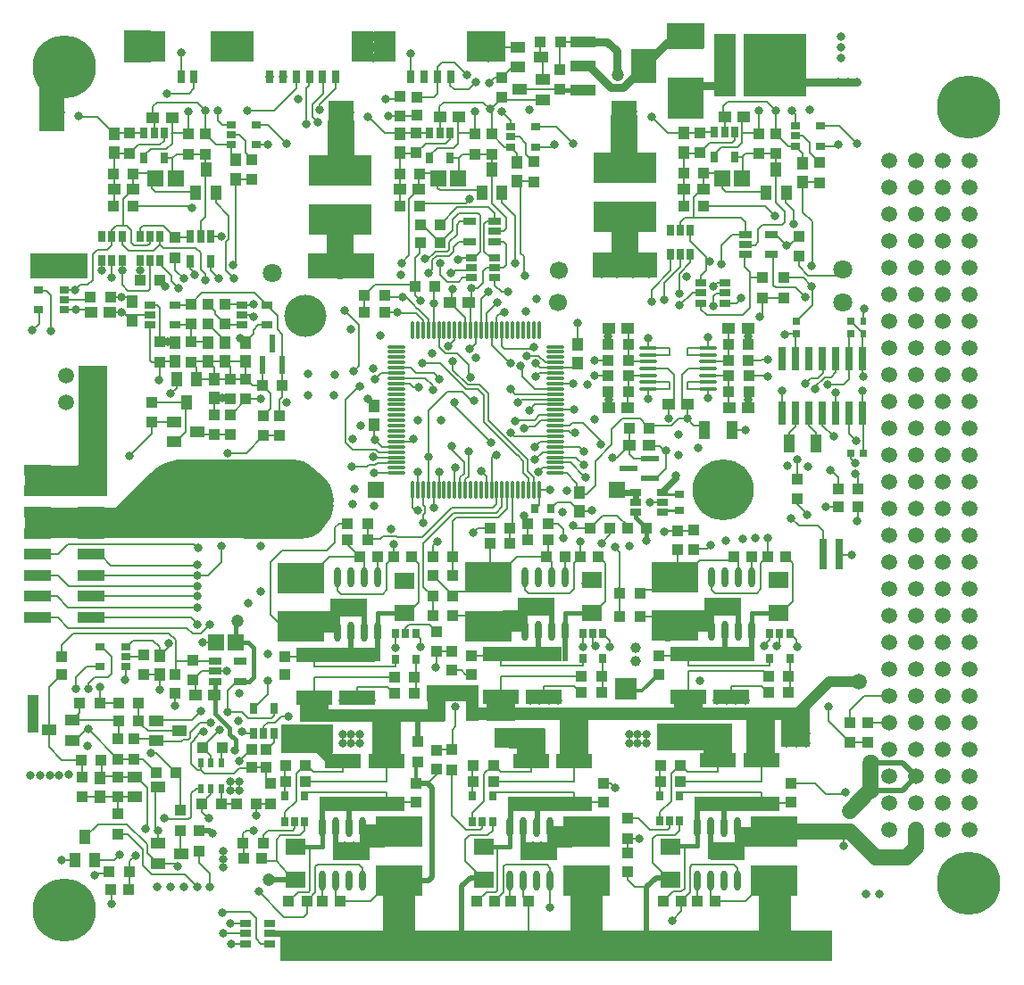
<source format=gbl>
G04 Layer_Physical_Order=6*
G04 Layer_Color=16711680*
%FSLAX44Y44*%
%MOMM*%
G71*
G01*
G75*
%ADD11R,1.0000X0.7000*%
%ADD16R,1.0000X1.1000*%
%ADD19R,0.8000X1.3000*%
%ADD20R,2.1000X3.0000*%
%ADD26R,3.5000X1.4000*%
%ADD29R,1.2000X1.1000*%
%ADD30R,4.5000X3.0000*%
%ADD31R,0.6500X1.0500*%
%ADD33R,1.1000X1.1000*%
%ADD34R,1.1000X1.2000*%
%ADD35C,0.6000*%
%ADD36C,0.5000*%
%ADD37C,0.2000*%
%ADD38C,0.3000*%
%ADD40C,0.8000*%
%ADD41C,1.0000*%
%ADD43C,2.5000*%
%ADD92R,1.5000X1.5000*%
%ADD93C,4.0000*%
%ADD94C,1.5000*%
%ADD95R,1.5000X1.5000*%
%ADD97C,0.6600*%
%ADD98C,0.8000*%
%ADD99C,1.0000*%
%ADD100C,1.2000*%
%ADD101C,6.0000*%
%ADD102C,1.7000*%
%ADD103C,1.8000*%
%ADD105C,1.5000*%
%ADD106C,0.4000*%
%ADD107C,0.2500*%
%ADD122C,5.8000*%
%ADD153R,1.0000X1.8000*%
%ADD154R,0.5500X0.9500*%
%ADD155R,1.0500X0.6500*%
%ADD156R,1.3000X0.7000*%
%ADD157R,0.9000X0.6500*%
%ADD158R,1.8000X0.6000*%
%ADD159R,1.0000X1.4000*%
%ADD160R,2.4000X3.3000*%
%ADD161R,2.4000X1.0000*%
%ADD162O,0.6000X1.9500*%
%ADD163R,0.6500X2.2000*%
%ADD164R,0.9000X0.7000*%
%ADD165R,0.7000X0.8000*%
%ADD166O,1.7000X0.3500*%
%ADD167R,0.6500X3.0000*%
%ADD168R,0.6500X1.1000*%
%ADD169R,1.1000X1.8000*%
%ADD170R,1.1000X1.0000*%
%ADD171R,1.5000X1.6000*%
%ADD172R,0.6000X0.8000*%
%ADD173R,1.0800X1.0500*%
%ADD174R,2.5000X1.0000*%
%ADD175R,6.0000X3.0000*%
%ADD176O,1.8000X0.3000*%
%ADD177O,0.3000X1.8000*%
%ADD178R,0.7000X0.9000*%
%ADD179R,0.8000X0.7000*%
%ADD180R,1.1000X1.1000*%
%ADD181R,0.7000X1.3000*%
%ADD182R,0.6000X1.8000*%
%ADD183R,1.4000X1.0000*%
%ADD184R,6.0000X6.0000*%
%ADD185R,2.0000X6.0000*%
%ADD186R,0.6500X0.9000*%
%ADD187R,1.9000X1.5000*%
%ADD188R,1.1000X0.6500*%
%ADD189R,1.0500X1.0800*%
%ADD190R,2.1000X2.0000*%
%ADD191R,2.6500X3.0250*%
%ADD192R,2.2500X3.0000*%
%ADD193R,5.4000X2.4750*%
%ADD194R,6.1250X2.4250*%
%ADD195R,6.2500X2.4250*%
%ADD196R,3.5000X3.9000*%
%ADD197R,1.3000X3.2000*%
%ADD198R,4.9000X1.5000*%
%ADD199R,1.7000X3.2000*%
%ADD200R,13.8000X1.3000*%
%ADD201R,3.1000X4.5000*%
%ADD202R,52.4000X2.9500*%
%ADD203R,2.7000X3.3000*%
%ADD204R,7.1000X2.5000*%
%ADD205R,4.9000X2.7000*%
%ADD206R,4.7000X1.9000*%
%ADD207R,2.7000X3.5000*%
%ADD208R,2.7000X2.7000*%
%ADD209R,2.7000X1.8000*%
%ADD210R,2.7000X1.9000*%
%ADD211R,2.7000X3.9000*%
%ADD212R,2.7000X3.6000*%
%ADD213R,32.3500X1.3000*%
%ADD214R,0.6100X3.1400*%
%ADD215R,3.2000X1.7100*%
%ADD216R,2.4800X2.0750*%
%ADD217R,0.6000X1.8000*%
%ADD218R,0.6000X2.8900*%
%ADD219R,1.4900X1.4000*%
%ADD220R,2.4800X2.0270*%
%ADD221R,2.4800X2.0440*%
%ADD222R,2.4800X2.1920*%
%ADD223R,2.4800X1.9810*%
%ADD224R,0.6000X2.3100*%
%ADD225R,2.4800X2.0650*%
%ADD226R,7.8750X3.0000*%
%ADD227R,2.7000X12.4250*%
%ADD228R,15.4900X3.0000*%
%ADD229R,2.4750X2.8750*%
%ADD230R,2.4750X2.9000*%
%ADD231R,2.4750X4.2000*%
%ADD232R,1.0250X3.6500*%
%ADD233R,3.5250X2.3500*%
G36*
X217527Y427634D02*
Y427634D01*
X217647Y427742D01*
X222380Y427276D01*
X227046Y425861D01*
X231346Y423562D01*
X235115Y420469D01*
X238238Y417960D01*
X241446Y415535D01*
X246361Y410686D01*
Y410686D01*
X246361Y410686D01*
X246489Y410681D01*
X249559Y407087D01*
X252078Y402977D01*
X253922Y398523D01*
X255048Y393835D01*
X255426Y389029D01*
X255079Y384702D01*
X255079D01*
X255157Y384618D01*
X254826Y380416D01*
X253823Y376236D01*
X252177Y372264D01*
X249931Y368598D01*
X247139Y365329D01*
X242240Y360256D01*
X242240Y360256D01*
X242240Y360256D01*
X242232Y360091D01*
X238460Y356995D01*
X234047Y354636D01*
X229259Y353184D01*
X224280Y352694D01*
X117000Y353000D01*
X46500Y361750D01*
Y376111D01*
X46500D01*
X46430Y376191D01*
X46742Y378562D01*
X47688Y380846D01*
X49193Y382807D01*
X81853Y415353D01*
Y415353D01*
X81857Y415480D01*
X86043Y419151D01*
X90749Y422295D01*
X95826Y424799D01*
X101186Y426618D01*
X106737Y427723D01*
X112386Y428093D01*
X217527Y427634D01*
D02*
G37*
D11*
X567500Y378000D02*
D03*
Y387500D02*
D03*
Y397000D02*
D03*
X541500Y397000D02*
D03*
Y387500D02*
D03*
Y378000D02*
D03*
D16*
X191500Y135500D02*
D03*
Y152500D02*
D03*
X178000Y135500D02*
D03*
Y152500D02*
D03*
X334500Y771500D02*
D03*
Y754500D02*
D03*
X105000Y223500D02*
D03*
Y206500D02*
D03*
X-3000Y240500D02*
D03*
Y223500D02*
D03*
X600211Y8690D02*
D03*
X617211D02*
D03*
X244751Y8580D02*
D03*
X261751D02*
D03*
X422861Y8560D02*
D03*
X439861D02*
D03*
X651779Y336020D02*
D03*
X634779D02*
D03*
X474389Y336000D02*
D03*
X457389D02*
D03*
X297099Y335400D02*
D03*
X280099D02*
D03*
X568211Y8690D02*
D03*
X585211D02*
D03*
X212751Y8580D02*
D03*
X229751D02*
D03*
X390861Y8560D02*
D03*
X407861D02*
D03*
X683779Y336020D02*
D03*
X666779D02*
D03*
X506389Y336000D02*
D03*
X489389D02*
D03*
X329099Y335400D02*
D03*
X312099D02*
D03*
D19*
X232250Y791500D02*
D03*
X219750D02*
D03*
X207250D02*
D03*
X194750D02*
D03*
X244750D02*
D03*
X257250D02*
D03*
X366250D02*
D03*
X353750D02*
D03*
X341250D02*
D03*
X328750D02*
D03*
X123000Y791500D02*
D03*
X110500D02*
D03*
D20*
X169390Y819880D02*
D03*
X282890D02*
D03*
X391890Y819880D02*
D03*
X303390D02*
D03*
X148640Y819880D02*
D03*
X85140D02*
D03*
D26*
X589000Y783000D02*
D03*
Y824000D02*
D03*
X660710Y142190D02*
D03*
Y101190D02*
D03*
X305250Y101080D02*
D03*
Y142080D02*
D03*
X483360Y142060D02*
D03*
Y101060D02*
D03*
X591280Y243520D02*
D03*
Y202520D02*
D03*
X413890Y202500D02*
D03*
Y243500D02*
D03*
X236600Y242900D02*
D03*
Y201900D02*
D03*
X619710Y142190D02*
D03*
Y101190D02*
D03*
X264250Y101080D02*
D03*
Y142080D02*
D03*
X442360Y142060D02*
D03*
Y101060D02*
D03*
X632280Y243520D02*
D03*
Y202520D02*
D03*
X454890Y202500D02*
D03*
Y243500D02*
D03*
X277600Y242900D02*
D03*
Y201900D02*
D03*
D29*
X124000Y204000D02*
D03*
X142000D02*
D03*
X644000Y753000D02*
D03*
X626000D02*
D03*
X374000D02*
D03*
X356000D02*
D03*
X102000Y752000D02*
D03*
X84000D02*
D03*
X43000Y568000D02*
D03*
X25000D02*
D03*
X383750Y577000D02*
D03*
X365750D02*
D03*
X573000Y480250D02*
D03*
X591000D02*
D03*
X516000Y552250D02*
D03*
X534000D02*
D03*
X516000Y477250D02*
D03*
X534000D02*
D03*
X648500Y477250D02*
D03*
X630500D02*
D03*
X648000Y552250D02*
D03*
X630000D02*
D03*
X554000Y441500D02*
D03*
X536000D02*
D03*
X587660Y684290D02*
D03*
X605660D02*
D03*
X318320Y684060D02*
D03*
X336320D02*
D03*
X46840Y684080D02*
D03*
X64840D02*
D03*
D30*
X672710Y28690D02*
D03*
Y74690D02*
D03*
X317250Y28580D02*
D03*
Y74580D02*
D03*
X495360Y28560D02*
D03*
Y74560D02*
D03*
X579280Y316020D02*
D03*
Y270020D02*
D03*
X401890Y316000D02*
D03*
Y270000D02*
D03*
X224600Y315400D02*
D03*
Y269400D02*
D03*
D31*
X574500Y645250D02*
D03*
X584000D02*
D03*
X593500D02*
D03*
Y622750D02*
D03*
X584000D02*
D03*
X574500D02*
D03*
X35500Y639250D02*
D03*
X45000D02*
D03*
X54500D02*
D03*
Y616750D02*
D03*
X45000D02*
D03*
X35500D02*
D03*
X71500D02*
D03*
X81000D02*
D03*
X90500D02*
D03*
Y639250D02*
D03*
X81000D02*
D03*
X71500D02*
D03*
D33*
X335500Y141000D02*
D03*
Y160000D02*
D03*
X188500Y469500D02*
D03*
Y450500D02*
D03*
X204000Y469500D02*
D03*
Y450500D02*
D03*
X318000Y753500D02*
D03*
Y772500D02*
D03*
X696500Y640000D02*
D03*
Y621000D02*
D03*
X105000Y638500D02*
D03*
Y619500D02*
D03*
X662000Y600500D02*
D03*
Y581500D02*
D03*
X682000Y600500D02*
D03*
Y581500D02*
D03*
X195500Y101500D02*
D03*
Y120500D02*
D03*
X470000Y798000D02*
D03*
Y779000D02*
D03*
X122000Y237750D02*
D03*
Y218750D02*
D03*
X415000Y771500D02*
D03*
Y790500D02*
D03*
X109500Y95000D02*
D03*
Y76000D02*
D03*
X65500Y143500D02*
D03*
Y162500D02*
D03*
X51000Y107500D02*
D03*
Y126500D02*
D03*
Y143500D02*
D03*
Y162500D02*
D03*
X51000Y91500D02*
D03*
Y72500D02*
D03*
X17000Y126500D02*
D03*
Y107500D02*
D03*
X90000Y539500D02*
D03*
Y520500D02*
D03*
X157000Y504500D02*
D03*
Y485500D02*
D03*
X142000Y451500D02*
D03*
Y470500D02*
D03*
X172000Y485500D02*
D03*
Y504500D02*
D03*
X157000Y451500D02*
D03*
Y470500D02*
D03*
X120000Y556500D02*
D03*
Y575500D02*
D03*
X83000Y463500D02*
D03*
Y482500D02*
D03*
X120000Y520500D02*
D03*
Y539500D02*
D03*
X152000Y556500D02*
D03*
Y575500D02*
D03*
X136000Y556500D02*
D03*
Y575500D02*
D03*
X602660Y738040D02*
D03*
Y719040D02*
D03*
X333320Y737810D02*
D03*
Y718810D02*
D03*
X62000Y737500D02*
D03*
Y718500D02*
D03*
X674660Y718040D02*
D03*
Y737040D02*
D03*
X405320Y717810D02*
D03*
Y736810D02*
D03*
X133840Y717830D02*
D03*
Y736830D02*
D03*
X658660Y737040D02*
D03*
Y718040D02*
D03*
X389320Y736810D02*
D03*
Y717810D02*
D03*
X117840Y736830D02*
D03*
Y717830D02*
D03*
X128000Y75500D02*
D03*
Y56500D02*
D03*
X695000Y390500D02*
D03*
Y409500D02*
D03*
X75000Y223500D02*
D03*
Y242500D02*
D03*
X178000Y712500D02*
D03*
Y693500D02*
D03*
X445000Y710500D02*
D03*
Y691500D02*
D03*
X716000Y709500D02*
D03*
Y690500D02*
D03*
X353000Y245500D02*
D03*
Y264500D02*
D03*
X597000Y361000D02*
D03*
Y342000D02*
D03*
X367000Y152500D02*
D03*
Y133500D02*
D03*
X534000Y68500D02*
D03*
Y87500D02*
D03*
X745000Y159500D02*
D03*
Y178500D02*
D03*
X762000Y159500D02*
D03*
Y178500D02*
D03*
D34*
X488000Y379000D02*
D03*
Y397000D02*
D03*
X172000Y539000D02*
D03*
Y521000D02*
D03*
X136000Y539000D02*
D03*
Y521000D02*
D03*
X487000Y537000D02*
D03*
Y519000D02*
D03*
X294000Y479000D02*
D03*
Y461000D02*
D03*
X34000Y126000D02*
D03*
Y108000D02*
D03*
X105000Y539000D02*
D03*
Y521000D02*
D03*
X142000Y504000D02*
D03*
Y486000D02*
D03*
X152000Y521000D02*
D03*
Y539000D02*
D03*
X587660Y737540D02*
D03*
Y719540D02*
D03*
X318320Y737310D02*
D03*
Y719310D02*
D03*
X46840Y737330D02*
D03*
Y719330D02*
D03*
X90000Y224000D02*
D03*
Y242000D02*
D03*
X64000Y578000D02*
D03*
Y560000D02*
D03*
X162000Y694000D02*
D03*
Y712000D02*
D03*
X429000Y692000D02*
D03*
Y710000D02*
D03*
X700000Y691000D02*
D03*
Y709000D02*
D03*
D35*
X525280Y397000D02*
X541500D01*
X567500Y397000D02*
Y398000D01*
X579500Y410000D01*
Y412500D01*
X194250Y-22000D02*
X207250D01*
X541500Y387500D02*
Y397000D01*
D36*
X335500Y160000D02*
Y186500D01*
X137750Y75500D02*
X140250Y73000D01*
X128000Y75500D02*
X137750D01*
X317250Y28580D02*
X345080D01*
X348250Y31750D02*
Y116250D01*
X345080Y28580D02*
X348250Y31750D01*
X344170Y120330D02*
X348250Y116250D01*
X333250Y120330D02*
X344170D01*
X194000Y29080D02*
X216920D01*
X385060Y31060D02*
X395940D01*
X561190Y31190D02*
X571810D01*
X552000Y-25000D02*
X552500Y-25500D01*
X552000Y-25000D02*
Y22000D01*
X561190Y31190D01*
X377000Y23000D02*
X385060Y31060D01*
X794860Y139860D02*
X807720Y127000D01*
X765000Y139860D02*
X794860D01*
Y114140D02*
X807720Y127000D01*
X765000Y114140D02*
X794860D01*
X216920Y29080D02*
X218262Y30232D01*
X219250Y31080D01*
X377000Y-26000D02*
Y23000D01*
X395940Y31060D02*
X397360D01*
X571810Y31190D02*
X574710D01*
D37*
X88250Y22000D02*
G03*
X87500Y20189I1811J-1811D01*
G01*
X44750Y6250D02*
Y17000D01*
X42750Y19000D02*
X44750Y17000D01*
X29000Y33000D02*
X31250Y35250D01*
X40750D01*
X42500Y37000D01*
X58000Y219250D02*
Y231500D01*
X57750Y219000D02*
X58000Y219250D01*
X29000Y47499D02*
X46999D01*
X52000Y52500D01*
X60500Y19750D02*
X61500Y20750D01*
Y37000D01*
X129690Y169690D02*
X131504D01*
X123156Y163156D02*
X129690Y169690D01*
X123156Y162444D02*
Y163156D01*
X119750Y159038D02*
X123156Y162444D01*
X119750Y139000D02*
Y159038D01*
X119156Y164101D02*
Y168656D01*
X112843Y162343D02*
X117399D01*
X119156Y164101D01*
X119750Y139000D02*
X125750Y133000D01*
X87243Y149757D02*
X106000Y131000D01*
X125750Y133000D02*
X129500D01*
X119156Y168656D02*
X128750Y178250D01*
X110844Y160344D02*
X112843Y162343D01*
X128750Y178250D02*
X138500D01*
X86656Y160344D02*
X110844D01*
X121250Y181000D02*
X129000Y188750D01*
X88312Y181000D02*
X121250D01*
X87155Y179843D02*
X88312Y181000D01*
X318000Y753500D02*
X333500D01*
X334500Y771500D02*
X350000D01*
X662800Y227000D02*
X667780Y222020D01*
X591280Y227000D02*
X662800D01*
X591280Y202520D02*
Y227000D01*
X182000Y-27000D02*
Y-7250D01*
X175750Y-1000D02*
X182000Y-7250D01*
X151000Y-1000D02*
X175750D01*
X714500Y365000D02*
X719500Y360000D01*
X696250Y365000D02*
X714500D01*
X689422Y371828D02*
X696250Y365000D01*
X719500Y338500D02*
Y360000D01*
X83000Y452750D02*
Y463500D01*
X61250Y431000D02*
X83000Y452750D01*
X59750Y72500D02*
X74250Y58000D01*
X59250Y82000D02*
X78250Y63000D01*
X51000Y72500D02*
X59750D01*
X76500Y77000D02*
X78500Y79000D01*
X148500Y330750D02*
Y345500D01*
X135730Y317980D02*
X148500Y330750D01*
X41000Y221000D02*
X45000Y225000D01*
X29000Y221000D02*
X41000D01*
X23000Y215000D02*
X29000Y221000D01*
X489389Y336000D02*
Y350389D01*
X302151Y354901D02*
X314998D01*
X364679Y621280D02*
X369000Y625601D01*
X353118Y621280D02*
X364679D01*
X345000Y604500D02*
X349017Y608517D01*
Y617179D01*
X414471Y587029D02*
X420521D01*
X408250Y593250D02*
X414471Y587029D01*
X393475Y499025D02*
X402000Y490500D01*
X339500Y519000D02*
X356487D01*
X415000Y535750D02*
X417500Y533250D01*
X273000Y437250D02*
X295399D01*
X266263Y443987D02*
X273000Y437250D01*
X294650Y422500D02*
X296900Y424750D01*
X288850Y422500D02*
X294650D01*
X287101Y420750D02*
X288850Y422500D01*
X272500Y420750D02*
X287101D01*
X251400Y335400D02*
X280350D01*
X268500Y347250D02*
X280350Y335400D01*
X268500Y347250D02*
Y352000D01*
X248750Y341500D02*
X256750Y349500D01*
X206000Y341500D02*
X248750D01*
X195000Y330500D02*
X206000Y341500D01*
X90000Y242000D02*
Y249750D01*
X83750Y256000D02*
X90000Y249750D01*
X64750Y256000D02*
X83750D01*
X59250Y250500D02*
X64750Y256000D01*
X58000Y250500D02*
X59250D01*
X21250Y231500D02*
X34000D01*
X11000Y221250D02*
X21250Y231500D01*
X11000Y210000D02*
Y221250D01*
X6750Y182750D02*
X8750Y180750D01*
X160413Y129500D02*
X160750D01*
X160407Y129506D02*
X160413Y129500D01*
X154608Y129506D02*
X160407D01*
X154602Y129500D02*
X154608Y129506D01*
X133000Y129500D02*
X154602D01*
X166000Y134750D02*
X177250D01*
X160750Y129500D02*
X166000Y134750D01*
X78500Y79000D02*
Y116750D01*
X68750Y126500D02*
X78500Y116750D01*
X51000Y126500D02*
X68750D01*
X74250Y42507D02*
Y58000D01*
X88999Y44500D02*
X105000D01*
X604000Y460000D02*
X606000Y458000D01*
X597000Y460000D02*
X604000D01*
X590500Y466500D02*
X597000Y460000D01*
X633750Y455750D02*
X645500D01*
X523500Y429500D02*
X535500Y441500D01*
X519750Y429500D02*
X523500D01*
X503250Y426000D02*
X519250Y442000D01*
Y456493D01*
X21750Y172750D02*
X51000Y143500D01*
X11750Y162750D02*
X21750Y172750D01*
X8750Y162750D02*
X11750D01*
X8750Y180750D02*
X50750D01*
X51500Y180000D01*
X7501Y180500D02*
X14500Y187499D01*
Y197000D01*
X-14501Y211999D02*
X-3000Y223500D01*
X-14501Y155001D02*
Y211999D01*
Y155001D02*
X-2500Y143000D01*
X15500D01*
X7501Y161500D02*
X8750Y162750D01*
X82004Y149757D02*
X87243D01*
X74500Y143500D02*
X87000Y131000D01*
X109500Y95000D02*
Y127500D01*
X107500Y94000D02*
X111500D01*
X95000Y87500D02*
X96000Y86500D01*
X117750D01*
X120000Y88750D01*
Y111000D01*
X124750Y115750D01*
X129500D01*
X86000Y78500D02*
X88999Y75501D01*
Y63500D02*
Y75501D01*
Y44500D02*
X91750Y41750D01*
X78250Y54750D02*
X88499Y44500D01*
X78250Y54750D02*
Y63000D01*
X110000Y55499D02*
Y75500D01*
X82757Y34000D02*
X113750D01*
X74250Y42507D02*
X82757Y34000D01*
X129500Y133000D02*
X133000Y129500D01*
X129500Y133000D02*
Y140250D01*
X31999Y82000D02*
X59250D01*
X19500Y69501D02*
X31999Y82000D01*
X85001Y117000D02*
X86000Y116001D01*
Y78500D02*
Y116001D01*
X340000Y384899D02*
Y399500D01*
Y384899D02*
X342000Y382900D01*
Y377100D02*
Y382900D01*
X340000Y375101D02*
X342000Y377100D01*
X340000Y367500D02*
Y375101D01*
X332250Y380000D02*
X335000D01*
X330000Y382250D02*
X332250Y380000D01*
X299750Y352500D02*
X302151Y354901D01*
X314998D02*
X315650Y354250D01*
X339250D01*
X367080Y382080D01*
X461000Y381000D02*
X467000Y387000D01*
X480000D01*
X488000Y379000D01*
X555000Y387500D02*
X567500D01*
X450000Y399500D02*
X460750D01*
X446000Y381000D02*
X450000Y385000D01*
Y399500D01*
X570500Y419500D02*
Y436500D01*
X561000Y410000D02*
X570500Y419500D01*
X555000Y410000D02*
X561000D01*
X536000Y433000D02*
Y441500D01*
Y433000D02*
X540000Y429000D01*
X555000D01*
X569500Y360250D02*
X581500D01*
X492500Y409000D02*
X494500Y411000D01*
X488000Y379000D02*
X500250D01*
X564250Y441000D02*
X568250Y437000D01*
X554000Y441000D02*
X564250D01*
X552000Y460000D02*
X575649D01*
X545500Y466500D02*
X552000Y460000D01*
X529257Y466500D02*
X545500D01*
X519250Y456493D02*
X529257Y466500D01*
X581500Y360250D02*
X596250D01*
X581500Y318240D02*
Y342750D01*
X631009Y332250D02*
X634779Y336020D01*
X602310Y332250D02*
X631009D01*
X586080Y316020D02*
X602310Y332250D01*
X353750Y775250D02*
Y791500D01*
X350000Y771500D02*
X353750Y775250D01*
X304750Y770000D02*
X318500D01*
X307750Y753500D02*
X320500D01*
X313800Y737750D02*
X316280Y735270D01*
X303500Y737750D02*
X313800D01*
X696500Y611250D02*
X705500Y602250D01*
X696500Y611250D02*
Y621000D01*
X687500Y631000D02*
X696500Y640000D01*
X709000Y611745D02*
Y653750D01*
X700000Y662750D02*
X709000Y653750D01*
X700000Y662750D02*
Y691000D01*
X370000Y541500D02*
Y550500D01*
X364000Y535500D02*
X370000Y541500D01*
X355000Y534600D02*
Y550500D01*
Y534600D02*
X361101Y528500D01*
X369000Y573500D02*
X380000Y562500D01*
Y550500D02*
Y562500D01*
X385000Y550500D02*
Y572000D01*
X395000Y580000D02*
X402000Y587000D01*
X395000Y550500D02*
Y580000D01*
X400000Y566500D02*
X410500Y577000D01*
X400000Y550500D02*
Y566500D01*
X350000Y550500D02*
Y576000D01*
X334750Y571000D02*
X345000Y560750D01*
X340000Y550500D02*
Y560093D01*
X333093Y567000D02*
X340000Y560093D01*
X319750Y567000D02*
X333093D01*
X90000Y242000D02*
X98500Y250500D01*
X105500Y236500D02*
Y256500D01*
X99000Y263000D02*
X105500Y256500D01*
X8000Y263000D02*
X99000D01*
X90000Y503750D02*
Y520500D01*
X100750Y490250D02*
X106500Y496000D01*
Y504001D01*
X666779Y336020D02*
Y352779D01*
X587860Y737740D02*
X602660D01*
X588460Y718740D02*
X602660D01*
X587660Y699290D02*
Y719540D01*
Y684290D02*
Y699290D01*
Y668790D02*
Y684290D01*
X674660Y703041D02*
Y718040D01*
Y702204D02*
Y703041D01*
X658660Y718040D02*
X674660D01*
X645890D02*
X658660D01*
X642500Y700040D02*
X643350D01*
X642410D02*
X642500D01*
X508060Y263000D02*
X509225Y261835D01*
X724250Y179750D02*
X744750Y159250D01*
X744750D02*
X749000Y155000D01*
X740500D02*
X749000D01*
X337000Y623500D02*
Y634000D01*
X367500Y577000D02*
Y589250D01*
X10900Y570000D02*
X25000D01*
X4250Y307500D02*
X126250D01*
X684308Y671722D02*
Y681880D01*
X414968Y671492D02*
Y681650D01*
X143488Y671512D02*
Y681670D01*
X454001Y810000D02*
Y812000D01*
Y788500D02*
Y810000D01*
X318520Y737510D02*
X333320D01*
X319120Y718510D02*
X333320D01*
X318320Y699060D02*
Y719310D01*
Y684060D02*
Y699060D01*
Y668560D02*
Y684060D01*
X405320Y702811D02*
Y717810D01*
Y701974D02*
Y702811D01*
X389320Y717810D02*
X405320D01*
X377820D02*
X389320D01*
X373500Y699810D02*
X374010D01*
X373070D02*
X373500D01*
X336820Y671250D02*
X381000D01*
X333630D02*
X336820D01*
X649000Y507250D02*
X667000D01*
X432500Y623750D02*
Y692000D01*
X369500Y478750D02*
X404250Y444000D01*
X44250Y327500D02*
X127000D01*
X615500Y573750D02*
Y583000D01*
X242000Y762750D02*
X242163D01*
X278250Y496750D02*
X283500D01*
X62000Y737830D02*
X75330D01*
X61840D02*
X62000D01*
X13500Y753250D02*
X30920D01*
X46840Y699080D02*
Y719330D01*
Y684080D02*
Y699080D01*
Y668580D02*
Y684080D01*
X133840Y702831D02*
Y717830D01*
Y701994D02*
Y702831D01*
X117840Y717830D02*
X133840D01*
X106360D02*
X117840D01*
X272994Y513006D02*
X275506D01*
X272013Y512025D02*
X272994Y513006D01*
X317500Y569250D02*
X319750Y567000D01*
X312750Y568000D02*
X314000Y569250D01*
X-24000Y557000D02*
Y569800D01*
X-24600Y588100D02*
X-16700D01*
X105000Y574500D02*
X120000D01*
X149750Y485500D02*
X157000D01*
X142500D02*
X149750D01*
X80960Y522040D02*
X82500Y520500D01*
X178998Y574500D02*
X179500D01*
X168000D02*
X178998D01*
X115250Y482251D02*
X115499Y482500D01*
X115250Y481999D02*
Y482251D01*
Y453750D02*
Y481999D01*
X142000Y451500D02*
X157000D01*
X128501D02*
X142000D01*
X590500Y466500D02*
Y480250D01*
X488750Y395000D02*
X495250D01*
X437250Y456750D02*
X439960Y459460D01*
X523672Y303828D02*
X526500Y306657D01*
X535500Y441500D02*
Y457500D01*
X89500Y223500D02*
X90000Y223000D01*
X534500Y507750D02*
X553500D01*
X534000Y477250D02*
Y492250D01*
X630000Y537250D02*
Y552250D01*
Y522750D02*
Y537250D01*
X534500Y520750D02*
X553500D01*
X534500Y537250D02*
Y552250D01*
Y522250D02*
Y537250D01*
X687780Y222020D02*
Y239020D01*
Y208020D02*
Y222020D01*
X510390Y222000D02*
Y239000D01*
Y208000D02*
Y222000D01*
X333100Y221400D02*
Y238400D01*
Y207400D02*
Y221400D01*
X51000Y143500D02*
X74500D01*
X105500Y236500D02*
X143000D01*
X105500Y219250D02*
Y236500D01*
X86500Y160500D02*
X86656Y160344D01*
X86500Y160500D02*
Y162999D01*
X70500Y176000D02*
X73500D01*
X68843D02*
X70500D01*
X67672Y177172D02*
X68843Y176000D01*
X34000Y107500D02*
X51000D01*
X17000D02*
X34000D01*
X227750Y112080D02*
X305250D01*
X218000Y60830D02*
X219250D01*
X564210Y122690D02*
Y136690D01*
Y108690D02*
Y122690D01*
X583210Y112190D02*
X660710D01*
X574710Y60940D02*
X585060D01*
X573460D02*
X574710D01*
X386860Y122560D02*
Y136560D01*
Y108560D02*
Y122560D01*
X405860Y112060D02*
X483360D01*
X397360Y60810D02*
X408190D01*
X396110D02*
X397360D01*
X208750Y122580D02*
Y136580D01*
Y108580D02*
Y122580D01*
X414968Y671492D02*
X427500Y658960D01*
Y614500D02*
Y658960D01*
X432500Y692000D02*
X444500D01*
X432500Y623750D02*
X435500Y620750D01*
X120270Y277980D02*
X126000Y272250D01*
X60000Y582000D02*
X64000Y578000D01*
X54250Y582000D02*
X60000D01*
X64000Y560000D02*
X69000Y565000D01*
X81000D01*
X56000Y568000D02*
X64000Y560000D01*
X43000Y568000D02*
X56000D01*
X43500Y582000D02*
X54250D01*
X160258Y612742D02*
X162000Y611000D01*
X160258Y612742D02*
Y612780D01*
X294500Y594000D02*
X330500D01*
X303500Y568000D02*
X312750D01*
X332500Y619000D02*
X337000Y623500D01*
X332500Y584000D02*
Y592000D01*
Y584000D02*
X337500Y579000D01*
X334600Y571000D02*
X334750D01*
X330500Y575101D02*
X334600Y571000D01*
X330500Y575101D02*
Y575250D01*
X324750Y581000D02*
X330500Y575250D01*
X345000Y550500D02*
Y560750D01*
X322000Y581000D02*
X324750D01*
X367250Y604750D02*
X370250Y607750D01*
X383500D01*
X385750Y610000D01*
X377500Y600500D02*
X385750D01*
X637500Y576500D02*
X642000Y581000D01*
X391750Y590250D02*
X397250Y595750D01*
X385500Y590250D02*
X391750D01*
X397250Y595750D02*
Y606750D01*
X400500Y610000D01*
X408250D01*
Y593250D02*
Y600500D01*
X583500Y574000D02*
X595500Y586000D01*
X603750D01*
Y602750D02*
X608750Y607750D01*
X603750Y595500D02*
Y602750D01*
X615500Y592500D02*
X618500Y595500D01*
X626250D01*
X603750Y570500D02*
X609000Y565250D01*
X603750Y570500D02*
Y576500D01*
X626250D02*
X637500D01*
X752500Y412500D02*
X753750Y413750D01*
X752500Y400000D02*
Y412500D01*
Y372500D02*
X754000Y371000D01*
X752500Y372500D02*
Y383000D01*
X733500Y400000D02*
Y411250D01*
X722000Y383000D02*
X733500D01*
X402750Y785500D02*
X407750Y790500D01*
X724250Y179750D02*
Y193250D01*
X738250Y110000D02*
X740250Y112000D01*
X722250Y110000D02*
X738250D01*
X711810Y120440D02*
X722250Y110000D01*
X745000Y159500D02*
X762000D01*
X745000Y190000D02*
X758200Y203200D01*
X782320D01*
X745000Y178500D02*
Y190000D01*
X781620Y178500D02*
X782320Y177800D01*
X762000Y178500D02*
X781620D01*
X482250Y365000D02*
X484250Y363000D01*
X498500D01*
X439500Y352000D02*
X439500Y352000D01*
Y367000D01*
X517500Y356500D02*
Y363000D01*
X500890Y253860D02*
X504000Y250750D01*
X500890Y253860D02*
Y263000D01*
X526500Y279000D02*
X526500Y279000D01*
X526500Y279000D02*
Y301000D01*
X571230Y316020D02*
X579280D01*
X379750Y224250D02*
X385890D01*
X352250Y230500D02*
X353000Y231250D01*
Y245500D01*
X544500Y68500D02*
X545000Y68000D01*
X534000Y68500D02*
X544500D01*
X344170Y120330D02*
X353250Y129410D01*
Y135000D01*
X352500Y150000D02*
Y156000D01*
X169500Y72750D02*
X172750Y76000D01*
X169500Y64000D02*
Y72750D01*
X172750Y76000D02*
X179000D01*
X169500Y64000D02*
Y66500D01*
X715500Y691000D02*
X716000Y690500D01*
X700000Y691000D02*
X715500D01*
X693000Y725500D02*
X700000Y718500D01*
Y709000D02*
Y718500D01*
X706500Y719250D02*
X716000Y709750D01*
Y709500D02*
Y709750D01*
X706500Y719250D02*
Y728500D01*
X700000Y735000D02*
X706500Y728500D01*
X693000Y735000D02*
X700000D01*
X444500Y692000D02*
X445000Y691500D01*
X423000Y724500D02*
X429000Y718500D01*
Y710000D02*
Y718500D01*
X437750Y717750D02*
Y728000D01*
X431750Y734000D02*
X437750Y728000D01*
Y717750D02*
X445000Y710500D01*
X423000Y734000D02*
X431750D01*
X162000Y694000D02*
X162500Y693500D01*
X178000D01*
X158000Y716000D02*
X162000Y712000D01*
X158000Y716000D02*
Y726500D01*
X171500Y719000D02*
Y730500D01*
Y719000D02*
X178000Y712500D01*
X166000Y736000D02*
X171500Y730500D01*
X158000Y736000D02*
X166000D01*
X90000Y209750D02*
Y223000D01*
X89500Y223500D02*
X90000Y224000D01*
X75000Y223500D02*
X89500D01*
X73500Y241000D02*
X75000Y242500D01*
X58000Y241000D02*
X73500D01*
X-3000Y240500D02*
Y252000D01*
X21800Y579300D02*
X24500Y582000D01*
X-600Y579300D02*
X21800D01*
X737750Y74690D02*
X739250Y73190D01*
Y61500D02*
Y73190D01*
X397672Y463522D02*
Y489172D01*
Y463522D02*
X429444Y431750D01*
X429750D01*
X435250Y426250D01*
X431407Y435750D02*
X439250Y427907D01*
X431250Y435750D02*
X431407D01*
X420750Y446250D02*
X431250Y435750D01*
X402000Y464851D02*
Y490500D01*
Y464851D02*
X420601Y446250D01*
X420750D01*
X440000Y399500D02*
Y410194D01*
X439250Y416600D02*
X445000Y410850D01*
Y399500D02*
Y410850D01*
X449500Y416250D02*
X453250Y420000D01*
X465500D01*
X423500Y453250D02*
X426750Y450000D01*
X350000Y510250D02*
X355250Y505000D01*
Y504500D02*
Y505000D01*
X333500Y510250D02*
X350000D01*
X328750Y515000D02*
X333500Y510250D01*
X314500Y515000D02*
X328750D01*
X435500Y374500D02*
X439500Y370500D01*
Y367000D02*
Y370500D01*
X526500Y306657D02*
Y340250D01*
X522000Y344750D02*
X526500Y340250D01*
X294250Y504000D02*
X300250Y510000D01*
X314500D01*
Y505000D02*
X342250D01*
X349250Y498000D01*
X330500Y594000D02*
X332500Y592000D01*
X284500Y584000D02*
X294500Y594000D01*
X284500Y568000D02*
Y584000D01*
X303500D02*
X305500Y582000D01*
X321000D01*
X350000Y590500D02*
X351500Y592000D01*
X350000Y576000D02*
Y590500D01*
X695000Y385500D02*
Y390500D01*
Y427750D02*
X695250Y428000D01*
X695000Y409500D02*
Y427750D01*
X404250Y444000D02*
X404500Y444250D01*
X345000Y474250D02*
X363000Y492250D01*
X378750Y414750D02*
Y425750D01*
X383000Y412250D02*
Y434500D01*
X370020Y420271D02*
X370268D01*
X375000Y411000D02*
X378750Y414750D01*
X380000Y409250D02*
X383000Y412250D01*
X345000Y430250D02*
Y474250D01*
X674660Y737040D02*
X686200Y725500D01*
X693000D01*
X690000Y759000D02*
X693000Y756000D01*
Y744500D02*
Y756000D01*
X732210Y725500D02*
X733820Y727110D01*
X717000Y725500D02*
X732210D01*
X717000Y744500D02*
X734730D01*
X751420Y727810D01*
X466160Y743500D02*
X482080Y727580D01*
X447000Y743500D02*
X466160D01*
X462100Y724500D02*
X464480Y726880D01*
X447000Y724500D02*
X462100D01*
X414500Y758500D02*
X423000Y750000D01*
Y743500D02*
Y750000D01*
X397180Y766980D02*
X403705Y760455D01*
X405320Y758840D01*
X417630Y724500D02*
X423000D01*
X405320Y736810D02*
X417630Y724500D01*
X642820Y737740D02*
Y752210D01*
Y728570D02*
Y737740D01*
X657960D01*
X642650D02*
X642820D01*
X596500Y657500D02*
X596750Y657750D01*
Y676500D01*
X604540Y684290D01*
X605660D01*
X643350Y715500D02*
X645890Y718040D01*
X643350Y700040D02*
Y715500D01*
X642850Y715000D02*
X643350Y715500D01*
X635500Y715000D02*
X642850D01*
X602660Y719040D02*
X612120Y728500D01*
X632750D01*
X623250Y724250D02*
X638500D01*
X616500Y717500D02*
X623250Y724250D01*
X638500D02*
X642820Y728570D01*
X632750Y728500D02*
X635500Y731250D01*
Y739000D01*
X616500Y715000D02*
Y717500D01*
X602660Y738040D02*
X603620Y739000D01*
X616500D01*
X626000D02*
X626000Y739000D01*
Y753000D01*
X605660Y700790D02*
X606410Y700040D01*
X643350Y697224D02*
Y700040D01*
X374010Y714000D02*
X377820Y717810D01*
X374010Y699810D02*
Y714000D01*
X333320Y718810D02*
X333620D01*
X342310Y727500D01*
X361250D01*
X365500Y731750D01*
Y738000D01*
X373250Y737450D02*
X373310Y737510D01*
X373250Y727500D02*
Y737450D01*
X346500Y714000D02*
Y716250D01*
X365500Y714000D02*
X374010D01*
X333510Y738000D02*
X346500D01*
X333320Y737810D02*
X333510Y738000D01*
X356000Y753000D02*
X356000Y753000D01*
X356000Y738000D02*
Y753000D01*
X336320Y700560D02*
X337070Y699810D01*
X102000Y737530D02*
X117140D01*
X101830D02*
X102000D01*
Y752000D01*
Y728000D02*
Y737530D01*
X374010Y696994D02*
Y699810D01*
X102530Y714000D02*
X106360Y717830D01*
X102530Y699830D02*
Y714000D01*
X94500D02*
X102530D01*
X62000Y718500D02*
X70000Y726500D01*
X90500D01*
X94500Y730500D01*
Y738000D01*
X96500Y722500D02*
X102000Y728000D01*
X81750Y722500D02*
X96500D01*
X75500Y716250D02*
X81750Y722500D01*
X75500Y714000D02*
Y716250D01*
X75330Y737830D02*
X75500Y738000D01*
X84000Y752000D02*
X85390Y750610D01*
X84840Y699830D02*
X85390Y700380D01*
X102530Y697014D02*
Y699830D01*
X47640Y718530D02*
X61840D01*
X47040Y737530D02*
X61840D01*
X182000Y726500D02*
X182400Y726900D01*
X193000D01*
X192700Y745500D02*
X210600Y727600D01*
X182000Y745500D02*
X192700D01*
X133840Y736830D02*
X144170Y726500D01*
X158000D01*
X145750Y749500D02*
Y758750D01*
Y749500D02*
X149750Y745500D01*
X158000D01*
X380000Y399500D02*
Y409250D01*
X375000Y399500D02*
Y411000D01*
X10000Y588800D02*
X10800Y588000D01*
X10700Y569800D02*
X10900Y570000D01*
X138000Y22250D02*
X138250Y22000D01*
X138000Y22250D02*
Y35000D01*
X128000Y45000D02*
X138000Y35000D01*
X128000Y45000D02*
Y56500D01*
X661000Y523000D02*
X667000D01*
X660250Y522250D02*
X661000Y523000D01*
X319000Y584000D02*
X321000Y582000D01*
X322000Y581000D01*
X414500Y567500D02*
X417000D01*
X410000Y563000D02*
X414500Y567500D01*
X410000Y550500D02*
Y563000D01*
X415000Y535750D02*
Y550500D01*
X422500Y519000D02*
X422750Y519250D01*
X384500Y532250D02*
X390000Y537750D01*
Y550500D01*
X668780Y262633D02*
Y263020D01*
Y257280D02*
Y263020D01*
X591280Y232520D02*
X668780D01*
Y239020D01*
X487000Y537000D02*
Y557250D01*
X287500Y485500D02*
X294000Y479000D01*
Y447250D02*
Y461000D01*
X503250Y403000D02*
Y426000D01*
X495250Y395000D02*
X503250Y403000D01*
X502750Y522250D02*
X515500D01*
X485500Y398250D02*
X488750Y395000D01*
X446381Y459460D02*
X451921Y465000D01*
X465500D01*
X450500Y470000D02*
X465500D01*
X484960Y405877D02*
X485500Y405337D01*
X484960Y405877D02*
Y406290D01*
X465500Y415000D02*
X476250D01*
X491500Y462250D02*
X508250Y445500D01*
X481500Y462250D02*
X491500D01*
X479250Y460000D02*
X481500Y462250D01*
X488000Y440000D02*
X492750Y435250D01*
X465500Y440000D02*
X488000D01*
X478500Y455000D02*
X480000Y453500D01*
X465500Y455000D02*
X478500D01*
X479500Y425000D02*
X492500Y412000D01*
X465500Y425000D02*
X479500D01*
X485250Y430000D02*
X492750Y422500D01*
X465500Y430000D02*
X485250D01*
X480000Y453500D02*
X483750D01*
X349250Y494000D02*
Y498000D01*
X331000Y496250D02*
X336000D01*
X327250Y500000D02*
X331000Y496250D01*
X314500Y500000D02*
X327250D01*
X314500Y445000D02*
X327500D01*
X370000Y420250D02*
X370020Y420271D01*
X383000Y434500D02*
X383750Y435250D01*
X370000Y399500D02*
Y420250D01*
X293250Y415000D02*
X314500D01*
X395000Y417000D02*
X400000Y412000D01*
Y399500D02*
Y412000D01*
X425000Y365500D02*
Y399500D01*
X420000Y381580D02*
Y399500D01*
X411421Y373000D02*
X420000Y381580D01*
X406080Y382080D02*
X410000Y386000D01*
Y399500D01*
X367080Y382080D02*
X406080D01*
X415000Y383000D02*
Y391370D01*
X409540Y377540D02*
X415000Y383000D01*
X368500Y298000D02*
Y299000D01*
X349500Y318000D02*
X368500Y299000D01*
Y318000D02*
Y336000D01*
X349500Y346250D02*
X353500Y350250D01*
X349500Y336000D02*
Y346250D01*
X340250Y307250D02*
Y348500D01*
X335710Y305369D02*
Y328789D01*
X329099Y335400D02*
X335710Y328789D01*
Y305369D02*
X335800Y305279D01*
Y292600D02*
Y305279D01*
X340250Y307250D02*
X349500Y298000D01*
X206100Y269400D02*
X224600D01*
X195000Y280500D02*
X206100Y269400D01*
X458500Y337111D02*
Y352000D01*
X473000Y353500D02*
Y361750D01*
X467750Y367000D02*
X473000Y361750D01*
X458500Y367000D02*
X467750D01*
X422500Y348000D02*
Y363000D01*
X425000Y365500D01*
X387750Y358750D02*
X392000Y363000D01*
X403500D01*
X545500Y301000D02*
X549000Y304500D01*
X545500Y279000D02*
X570300D01*
X368500Y298000D02*
X372750Y302250D01*
X349500Y280000D02*
Y298000D01*
X368500Y280000D02*
X391890D01*
X408690Y316000D02*
X428690Y336000D01*
X355000Y399500D02*
Y415750D01*
X345000Y399500D02*
Y430250D01*
X350000Y382250D02*
Y399500D01*
X335000D02*
Y416000D01*
X330000Y382250D02*
Y399500D01*
X708785Y611530D02*
X709000Y611745D01*
X610500Y533750D02*
Y543500D01*
X553500Y533750D02*
Y542750D01*
Y485750D02*
Y494750D01*
X610500Y486500D02*
Y494750D01*
X573000Y467250D02*
Y480250D01*
X590500D02*
X591000D01*
X503750Y507250D02*
X515500D01*
X648500Y522250D02*
X660250D01*
X534500Y520750D02*
Y522250D01*
X158500Y-31500D02*
X171750D01*
X150500Y-22000D02*
X171750D01*
X157000Y-12500D02*
X171750D01*
X227000Y-6000D02*
X229751Y-3249D01*
X208000Y-6000D02*
X227000D01*
X184000Y18000D02*
X208000Y-6000D01*
X-6230Y277980D02*
X3500Y268250D01*
X-25400Y277980D02*
X-6230D01*
X25400D02*
X120270D01*
X-7230Y297980D02*
X3000Y287750D01*
X-25400Y297980D02*
X-7230D01*
X25400D02*
X126000D01*
X-6230Y317980D02*
X4250Y307500D01*
X-25400Y317980D02*
X-6230D01*
X-25400Y337980D02*
X-6480D01*
X470500Y824500D02*
X491500D01*
X470000Y798000D02*
Y824000D01*
X606160Y668290D02*
X607660Y666790D01*
X666520Y767210D02*
X674660Y759070D01*
X628820Y767210D02*
X666520D01*
X674660Y737040D02*
Y759070D01*
X624820Y763210D02*
X628820Y767210D01*
X658660Y737040D02*
Y758650D01*
X674656Y671374D02*
Y702200D01*
X606160Y668290D02*
X664740D01*
X673820Y659210D01*
X585620Y735500D02*
X587660Y737540D01*
X627070Y681880D02*
X665004D01*
X606410Y700040D02*
X623410D01*
Y685540D02*
X627070Y681880D01*
X373480Y737680D02*
Y751980D01*
X359480Y766980D02*
X397180D01*
X405320Y736810D02*
Y758840D01*
X355480Y762980D02*
X359480Y766980D01*
X389320Y736810D02*
Y758420D01*
X373310Y737510D02*
X388620D01*
X337070Y699810D02*
X354070D01*
X125700Y767000D02*
X133840Y758860D01*
X88000Y767000D02*
X125700D01*
X84000Y763000D02*
X88000Y767000D01*
X84000Y752000D02*
Y763000D01*
X117840Y736830D02*
Y758440D01*
X133840Y736830D02*
Y758860D01*
X573000Y480250D02*
X578040Y485290D01*
X553500Y514250D02*
X572250D01*
X578040Y508460D01*
Y485290D02*
Y508460D01*
X585960Y485290D02*
X591000Y480250D01*
X591750Y514250D02*
X610500D01*
X585960Y508460D02*
X591750Y514250D01*
X585960Y485290D02*
Y508460D01*
X648000Y537750D02*
Y545000D01*
X648500Y477250D02*
Y485000D01*
X516000Y477250D02*
Y485000D01*
X515500Y537250D02*
Y545000D01*
X534500Y492250D02*
Y507250D01*
X515500Y552250D02*
X516000D01*
X553500Y533750D02*
X573500D01*
Y527250D02*
Y533750D01*
X553500Y527250D02*
X573500D01*
X553500Y501250D02*
X573500D01*
Y494750D02*
Y501250D01*
X553500Y494750D02*
X573500D01*
X590500Y527250D02*
X610500D01*
X590500D02*
Y533750D01*
X610500D01*
X590500Y494750D02*
X610500D01*
X590500D02*
Y501250D01*
X610500D01*
Y520750D02*
X628000D01*
X630000Y477750D02*
Y492250D01*
X630000Y492250D02*
X630000Y492250D01*
X630000Y492250D02*
Y507250D01*
X610500Y507750D02*
X629500D01*
X34000Y250500D02*
X35500D01*
X45000Y241000D01*
Y225000D02*
Y241000D01*
X23000Y210000D02*
Y215000D01*
X172000Y485500D02*
X185500D01*
X178998Y562999D02*
Y563002D01*
X177000Y565000D02*
X178998Y563002D01*
X168000Y565000D02*
X177000D01*
X178998Y574999D02*
X179001D01*
X179500Y574500D01*
X98000Y539500D02*
X104500D01*
X90000D02*
X98000D01*
X120000Y539500D02*
Y556500D01*
X142000Y470500D02*
Y486000D01*
X180500Y586000D02*
X192000Y574500D01*
X120000Y539500D02*
X135500D01*
X105000Y555500D02*
X119000D01*
X120000Y556500D01*
X183500Y555500D02*
X192000D01*
X179000Y551000D02*
X183500Y555500D01*
X179000Y547000D02*
Y551000D01*
X172000Y540000D02*
X179000Y547000D01*
X172000Y539000D02*
Y540000D01*
X152000Y575500D02*
X167000D01*
X153000Y555500D02*
X168000D01*
X136000Y556494D02*
X152000Y540494D01*
Y539000D02*
Y540494D01*
X142960Y565546D02*
X152000Y556506D01*
X136000Y575500D02*
X142960Y568540D01*
Y565546D02*
Y568540D01*
X152000Y556500D02*
Y556506D01*
X120000Y539500D02*
Y540506D01*
X80960Y522040D02*
Y555460D01*
X82500Y520500D02*
X90000D01*
X81000Y574500D02*
X87500D01*
X90040Y571960D01*
Y539540D02*
Y571960D01*
X90000Y539500D02*
X90040Y539540D01*
X90500Y521000D02*
X105000D01*
X119175Y519675D02*
X120000Y520500D01*
X142000Y486000D02*
X142500Y485500D01*
X158006Y470500D02*
X172000Y484494D01*
X157000Y470500D02*
X158006D01*
X172000Y504500D02*
Y521000D01*
X120000Y520500D02*
Y521000D01*
X312099Y335400D02*
Y347901D01*
X371000Y193000D02*
X373000Y191000D01*
X371000Y174500D02*
Y193000D01*
X576000Y-10000D02*
X585211Y-789D01*
Y8690D01*
X460830Y3170D02*
Y28080D01*
X439861Y-24611D02*
Y8560D01*
X229751Y-3249D02*
Y8580D01*
X338000Y250000D02*
Y257500D01*
X333100Y262400D02*
X338000Y257500D01*
X517000Y250000D02*
Y256390D01*
X510390Y263000D02*
X517000Y256390D01*
X508060Y263000D02*
X510390D01*
X558000Y68000D02*
X561230Y71230D01*
X558000Y45000D02*
Y68000D01*
X583210Y108690D02*
Y112190D01*
Y105690D02*
Y108690D01*
X564210Y105690D02*
Y108690D01*
Y84690D02*
Y93190D01*
Y81690D02*
Y84690D01*
X572210Y62190D02*
X573460Y60940D01*
X588000Y21000D02*
Y60940D01*
X584730Y17730D02*
X588000Y21000D01*
X577251Y17730D02*
X584730D01*
X568211Y8690D02*
X577251Y17730D01*
X386860Y81560D02*
Y84560D01*
X405860Y108560D02*
Y112060D01*
Y105560D02*
Y108560D01*
X386860Y105560D02*
Y108560D01*
X401000Y71100D02*
X405860Y75960D01*
X384100Y71100D02*
X401000D01*
X380000Y67000D02*
X384100Y71100D01*
X380000Y47000D02*
Y67000D01*
X394860Y62060D02*
X396110Y60810D01*
X410400Y19400D02*
Y60810D01*
X408600Y17600D02*
X410400Y19400D01*
X399901Y17600D02*
X408600D01*
X407861Y9067D02*
X416000Y17205D01*
X390861Y8560D02*
X399901Y17600D01*
X201000Y67000D02*
X205120Y71120D01*
X223120D01*
X227750Y75750D01*
X201000Y47000D02*
Y67000D01*
X227750Y108580D02*
Y112080D01*
Y105580D02*
Y108580D01*
X208750Y105580D02*
Y108580D01*
Y84580D02*
Y93080D01*
Y81580D02*
Y84580D01*
X216750Y62080D02*
X218000Y60830D01*
X231620Y17620D02*
X233000Y19000D01*
X221791Y17620D02*
X231620D01*
X212751Y8580D02*
X221791Y17620D01*
X688710Y120440D02*
X711810D01*
X33500Y197000D02*
X34000Y212000D01*
X517690Y120310D02*
X522000Y116000D01*
X511360Y120310D02*
X517690D01*
X201000Y47000D02*
X216920Y29080D01*
X227750Y75750D02*
Y81967D01*
X380000Y47000D02*
X395940Y31060D01*
X558000Y45000D02*
X571810Y31190D01*
X583210Y75440D02*
Y82077D01*
X564466Y93190D02*
X575170Y103894D01*
Y129656D02*
X583204Y137690D01*
X575170Y103894D02*
Y129656D01*
X564210Y93190D02*
X564466D01*
X397820Y129526D02*
X405854Y137560D01*
X397820Y103764D02*
Y129526D01*
X387116Y93060D02*
X397820Y103764D01*
X386860Y93060D02*
X387116D01*
X219710Y129546D02*
X227744Y137580D01*
X219710Y103784D02*
Y129546D01*
X209006Y93080D02*
X219710Y103784D01*
X208750Y93080D02*
X209006D01*
X238000Y41630D02*
X239950Y43580D01*
X238000Y17335D02*
Y41630D01*
X229751Y8580D02*
Y9086D01*
X593000Y41280D02*
X595410Y43690D01*
X593000Y16985D02*
Y41280D01*
X585211Y9197D02*
X593000Y16985D01*
X595410Y43690D02*
X634810D01*
X585211Y8690D02*
Y9197D01*
X407861Y8560D02*
Y9067D01*
X416000Y17205D02*
Y41500D01*
X418060Y43560D01*
X305700Y304200D02*
Y329001D01*
X312099Y335400D01*
X301900Y300400D02*
X305700Y304200D01*
X325100Y281900D02*
X335800Y292600D01*
X482990Y329601D02*
X489389Y336000D01*
X482990Y304800D02*
Y329601D01*
X479190Y301000D02*
X482990Y304800D01*
X461820Y316480D02*
Y331569D01*
X474520Y316480D02*
Y335869D01*
X506389Y336000D02*
X513090Y329299D01*
Y293200D02*
Y329299D01*
X502390Y282500D02*
X513090Y293200D01*
X428690Y336000D02*
X457389D01*
X401890Y316000D02*
X408690D01*
X413890Y222000D02*
X490390D01*
X413890Y202500D02*
Y222000D01*
X483384Y213000D02*
X489384Y207000D01*
X454890Y213000D02*
X483384D01*
X454890Y202500D02*
Y213000D01*
X489384Y207000D02*
X490390D01*
X491390Y232500D02*
Y239000D01*
X413890Y232500D02*
X491390D01*
X413890D02*
Y243500D01*
X491390Y262613D02*
Y263000D01*
Y250250D02*
Y263000D01*
X660380Y329621D02*
X666779Y336020D01*
X660380Y304820D02*
Y329621D01*
X656580Y301020D02*
X660380Y304820D01*
X613810Y304390D02*
Y316500D01*
X617180Y301020D02*
X656580D01*
X613810Y304390D02*
X617180Y301020D01*
X639210Y316500D02*
Y331589D01*
X651910Y316500D02*
Y335889D01*
X679780Y282520D02*
X690480Y293220D01*
X579280Y316020D02*
X586080D01*
X660774Y213020D02*
X666774Y207020D01*
X632280Y202520D02*
Y213020D01*
X660774D01*
X666774Y207020D02*
X667780D01*
X591280Y232520D02*
Y243520D01*
X460830Y28080D02*
Y40190D01*
X418060Y43560D02*
X457460D01*
X460830Y40190D01*
X435430Y12991D02*
Y28080D01*
X422730Y8691D02*
Y28080D01*
X406860Y122560D02*
X483360D01*
Y142060D01*
X406860Y137560D02*
X407866D01*
X413866Y131560D01*
X442360D01*
Y142060D01*
X483360Y101060D02*
Y112060D01*
X282720Y28100D02*
Y40210D01*
X239950Y43580D02*
X279350D01*
X282720Y40210D01*
X257320Y13011D02*
Y28100D01*
X244620Y8711D02*
Y28100D01*
X261751Y8580D02*
X290450D01*
X310450Y28580D01*
X228750Y122580D02*
X305250D01*
Y142080D01*
X264250Y131580D02*
Y142080D01*
X228750Y137580D02*
X229756D01*
X235756Y131580D01*
X264250D01*
X305250Y101080D02*
Y112080D01*
X638180Y28210D02*
Y40320D01*
X634810Y43690D02*
X638180Y40320D01*
X612780Y13121D02*
Y28210D01*
X600080Y8821D02*
Y28210D01*
X617211Y8690D02*
X645910D01*
X665910Y28690D01*
X584210Y122690D02*
X660710D01*
Y142190D01*
X591216Y131690D02*
X619710D01*
Y142190D01*
X584210Y137690D02*
X585216D01*
X591216Y131690D01*
X660710Y101190D02*
Y112190D01*
X314100Y249650D02*
Y262400D01*
Y262013D02*
Y262400D01*
X224600Y315400D02*
X231400D01*
X251400Y335400D01*
X70499Y162999D02*
X86500D01*
X51000Y107500D02*
X53501Y104999D01*
X51000Y91500D02*
Y107500D01*
X35001Y127001D02*
Y142499D01*
X51500Y163000D02*
Y180000D01*
X33500Y197000D02*
X51500D01*
X236600Y231900D02*
X314100D01*
X44800Y735290D02*
X46840Y737330D01*
X101590Y699830D02*
X102530D01*
X82590Y699830D02*
X84840D01*
X86250Y681670D02*
X124184D01*
X82590Y685330D02*
X86250Y681670D01*
X236600Y231900D02*
Y242900D01*
X314100Y231900D02*
Y238400D01*
X312094Y206400D02*
X313100D01*
X306094Y212400D02*
X312094Y206400D01*
X277600Y212400D02*
X306094D01*
X277600Y201900D02*
Y212400D01*
X236600Y201900D02*
Y221400D01*
X313100D01*
X259130Y303770D02*
Y315880D01*
X297230D02*
Y335269D01*
X284530Y315880D02*
Y330969D01*
X405860Y75960D02*
Y81947D01*
X-30400Y550600D02*
X-24000Y557000D01*
X-12600Y549900D02*
Y584000D01*
X-16700Y588100D02*
X-12600Y584000D01*
X-600Y569800D02*
X10700D01*
X-600Y588800D02*
X10000D01*
X192000Y555500D02*
X194600D01*
X674656Y671374D02*
X683000Y663030D01*
X45000Y601000D02*
Y616750D01*
X35500Y607250D02*
Y616750D01*
X54500Y607250D02*
Y616750D01*
X588000Y657500D02*
X596500D01*
X584000Y653500D02*
X588000Y657500D01*
X584000Y645250D02*
Y653500D01*
X574500Y607000D02*
Y622750D01*
X556571Y589071D02*
X574500Y607000D01*
X124000Y204000D02*
Y216750D01*
X130250Y227000D02*
X143000D01*
X122000Y218750D02*
X130250Y227000D01*
X105000Y194500D02*
Y206500D01*
X131000Y254000D02*
X143500D01*
X450500Y510000D02*
X465500D01*
X446750Y506250D02*
X450500Y510000D01*
X465500Y500000D02*
X482000D01*
X446000Y480000D02*
X465500D01*
Y475000D02*
X483250D01*
X465500Y460000D02*
X479250D01*
X492500Y409000D02*
Y412000D01*
X446250Y427750D02*
X453500Y435000D01*
X465500D01*
X445750Y439750D02*
X451000Y445000D01*
X465500D01*
X439960Y459460D02*
X446381D01*
X440750Y474750D02*
X446000Y480000D01*
X433000Y485000D02*
X465500D01*
X426750Y450000D02*
X465500D01*
X436127Y457873D02*
X437250Y456750D01*
X427250Y464000D02*
X428663Y465413D01*
X445913D01*
X648000Y545000D02*
X648027Y545027D01*
X648282D01*
X476250Y415000D02*
X484960Y406290D01*
X485500Y398250D02*
Y405337D01*
X465500Y515000D02*
X483000D01*
X451250D02*
X465500D01*
X367250Y438250D02*
Y440500D01*
Y437250D02*
X378750Y425750D01*
X367250Y437250D02*
Y440500D01*
X171500Y521000D02*
X172000D01*
X152000D02*
X171500D01*
X178500Y498000D02*
X187500D01*
X172000Y504500D02*
X178500Y498000D01*
X206500Y518000D02*
Y546750D01*
Y498000D02*
Y518000D01*
X187500Y498000D02*
Y518000D01*
X436420Y304370D02*
Y316480D01*
Y304370D02*
X439790Y301000D01*
X479190D01*
X687780Y263020D02*
X694000Y256800D01*
Y251000D02*
Y256800D01*
X3000Y287750D02*
X126000D01*
X186500Y-31500D02*
X194250D01*
X182000Y-27000D02*
X186500Y-31500D01*
X150000Y-2000D02*
X151000Y-1000D01*
X79157Y170343D02*
X109156D01*
X73500Y176000D02*
X79157Y170343D01*
X70500Y197000D02*
X70500Y197000D01*
X70500Y180000D02*
Y197000D01*
X17000Y126500D02*
Y141500D01*
X14500Y197000D02*
X18250Y193250D01*
X51000Y126500D02*
X51000Y126500D01*
X51000Y107500D02*
X66999D01*
X51000Y107500D02*
X51000Y107500D01*
X111500Y94000D02*
X113000Y95500D01*
X61500Y37000D02*
Y46500D01*
X67250Y52250D01*
X-2000Y2000D02*
X0Y0D01*
X136000Y521000D02*
X152000D01*
X125500Y504001D02*
Y515000D01*
X120000Y520500D02*
X125500Y515000D01*
Y504001D02*
X141999D01*
X142000Y504000D01*
Y515000D01*
X136000Y521000D02*
X142000Y515000D01*
X152000Y521000D02*
X157000Y516000D01*
X83000Y463500D02*
X103999D01*
X83000Y463500D02*
X83000Y463500D01*
X83000Y482500D02*
X115499D01*
X116000Y481999D01*
X103999Y444500D02*
X106000D01*
X115250Y453750D01*
X126001Y454000D02*
X128501Y451500D01*
X470000Y779000D02*
X470500Y778500D01*
X417000Y769500D02*
X454001D01*
X415250Y771250D02*
X417000Y769500D01*
X415000Y771500D02*
X415250Y771250D01*
X425000Y800500D02*
X429999D01*
X415000Y790500D02*
X425000Y800500D01*
X409500Y819500D02*
X429999D01*
X409250Y819250D02*
X409500Y819500D01*
X451500Y810501D02*
X452001Y810000D01*
X294500Y446750D02*
X301250Y440000D01*
X314500D01*
X451500Y810501D02*
Y824500D01*
X30920Y753250D02*
X46840Y737330D01*
X431999Y779000D02*
X470000D01*
X25400Y337980D02*
X26130Y337250D01*
X-6480Y337980D02*
X3290Y347750D01*
X240000Y748000D02*
Y748250D01*
X257000Y780000D02*
Y791250D01*
X257250Y791500D01*
X244750D02*
X245000Y791250D01*
X242000Y760000D02*
Y762750D01*
Y765000D01*
X235000Y753000D02*
X240000Y748000D01*
X235000Y753000D02*
Y765000D01*
X229000Y746000D02*
Y780000D01*
X232000Y783000D02*
Y791250D01*
X232250Y791500D01*
X173000Y759000D02*
X199000D01*
X219750Y779750D02*
Y791500D01*
X199000Y759000D02*
X219750Y779750D01*
X383000Y779000D02*
X390000Y786000D01*
X366000Y783000D02*
X370000Y779000D01*
X366000Y783000D02*
Y791250D01*
X366250Y791500D01*
X370000Y779000D02*
X383000D01*
X328750Y791500D02*
Y813250D01*
X328000Y814000D02*
X328750Y813250D01*
X110500Y791500D02*
Y813500D01*
X111000Y814000D01*
X97000Y775000D02*
X118000D01*
X123000Y780000D01*
Y791500D01*
X123000Y791500D02*
X123000Y791500D01*
X229000Y780000D02*
X232000Y783000D01*
X195000Y280500D02*
Y330500D01*
X259130Y303770D02*
X262500Y300400D01*
X301900D01*
X202000Y551250D02*
X206500Y546750D01*
X202000Y551250D02*
Y564500D01*
X192000Y574500D02*
X202000Y564500D01*
X407750Y790500D02*
X415000D01*
X422750Y494500D02*
X427250Y490000D01*
X465500D01*
X740500Y155000D02*
X744750Y159250D01*
X745000Y159500D01*
X288000Y352500D02*
X299750D01*
X287500Y352000D02*
X288000Y352500D01*
X287500Y352000D02*
Y367000D01*
Y352000D02*
X287500Y352000D01*
X256750Y363750D02*
X260250Y367250D01*
X256750Y349500D02*
Y363750D01*
X260250Y367250D02*
X268250D01*
X268500Y367000D01*
X120000Y575500D02*
X130500Y586000D01*
X180500D01*
X54500Y605500D02*
Y607250D01*
X133836Y658586D02*
Y701990D01*
X88500Y639250D02*
X89250Y640000D01*
X79000Y616750D02*
X79750Y616000D01*
X-3000Y252000D02*
X8000Y263000D01*
X153250Y607250D02*
X160500Y600000D01*
X56000Y675240D02*
X64840Y684080D01*
Y700580D02*
X65590Y699830D01*
X82590D01*
X65340Y668080D02*
X66840Y666580D01*
X90500Y632250D02*
Y639250D01*
Y632250D02*
X93750Y629000D01*
X124250D01*
X105000Y638500D02*
X118000D01*
X119500Y640000D01*
X93500Y650000D02*
X105000Y638500D01*
X71500Y647000D02*
X74500Y650000D01*
X71500Y639250D02*
Y647000D01*
X71500Y639250D02*
X71500Y639250D01*
X74500Y650000D02*
X93500D01*
X129500Y654250D02*
X133836Y658586D01*
X129500Y640500D02*
Y654250D01*
X129000Y640000D02*
X129500Y640500D01*
X81000Y633000D02*
Y639250D01*
X78750Y630750D02*
X81000Y633000D01*
X54500Y632250D02*
Y639250D01*
Y632250D02*
X60500Y626250D01*
X84500D01*
X90500Y632250D01*
X59000Y649500D02*
X63250Y645250D01*
X56000Y649500D02*
X59000D01*
X56000D02*
Y675240D01*
X63250Y633500D02*
Y645250D01*
Y633500D02*
X66000Y630750D01*
X78750D01*
X71500Y598000D02*
X71500Y598000D01*
X71500Y598000D02*
Y607750D01*
Y616750D01*
X81000Y589750D02*
Y616750D01*
X79250Y588000D02*
X81000Y589750D01*
X60000Y588000D02*
X79250D01*
X54500Y593500D02*
Y607250D01*
Y593500D02*
X60000Y588000D01*
X101500Y597000D02*
X108250Y590250D01*
X101500Y597000D02*
Y602750D01*
X90500Y613750D02*
X101500Y602750D01*
X90500Y613750D02*
Y616750D01*
X105000Y607500D02*
X113000Y599500D01*
X105000Y607500D02*
Y619500D01*
X119500Y609250D02*
Y616000D01*
Y609250D02*
X124250Y604500D01*
X65340Y668080D02*
X120170D01*
X121250Y667000D01*
X418750Y647000D02*
Y657710D01*
X408000Y619750D02*
X408250Y619500D01*
X403507Y619750D02*
X408000D01*
X385750Y619500D02*
X388243D01*
X337500Y651000D02*
X339500D01*
X356500Y634000D01*
X360250Y637750D01*
X435500Y601000D02*
Y620750D01*
X418750Y612500D02*
Y632250D01*
X408250Y610000D02*
X416250D01*
X418750Y612500D01*
X356500Y634000D02*
X367750Y645250D01*
X375500Y619500D02*
X385750D01*
X683000Y653000D02*
Y663030D01*
X332500Y592000D02*
Y619000D01*
X702000Y582000D02*
X702250Y582250D01*
X593500Y635500D02*
Y645250D01*
Y635500D02*
X608750Y620250D01*
X615500Y583000D02*
X618000Y585500D01*
X625750D02*
X626250Y586000D01*
X618000Y585500D02*
X625750D01*
X608750Y612750D02*
Y620250D01*
Y607750D02*
Y612750D01*
X405316Y671144D02*
Y701970D01*
Y671144D02*
X418750Y657710D01*
X381000Y671250D02*
X384500Y674750D01*
X336820Y668060D02*
X338320Y666560D01*
X333630Y671250D02*
X336820Y668060D01*
X356500Y651000D02*
X372750Y667250D01*
X402000D01*
X408000Y661250D01*
X367750Y645250D02*
Y655750D01*
X408000Y653750D02*
Y661250D01*
X416250Y634750D02*
X418750Y632250D01*
X408000Y634750D02*
X416250D01*
X416000Y644250D02*
X418750Y647000D01*
X408000Y644250D02*
X416000D01*
X372000Y641250D02*
Y650750D01*
X375000Y653750D01*
X384000D01*
X400500D02*
X408000D01*
X367750Y655750D02*
X374000Y662000D01*
X391500D01*
X394000Y659500D01*
X266750Y568250D02*
X279000Y556000D01*
X680250Y650250D02*
X683000Y653000D01*
X657750Y646500D02*
X661500Y650250D01*
X657750Y634250D02*
Y646500D01*
X655000Y631500D02*
X657750Y634250D01*
X646500Y631500D02*
X655000D01*
X646000Y632000D02*
X646500Y631500D01*
X661500Y650250D02*
X680250D01*
X670000Y622500D02*
X670750Y621750D01*
X707750Y593500D02*
X708750Y592500D01*
X643250Y565250D02*
X650250Y572250D01*
X609000Y565250D02*
X643250D01*
X650250Y600500D02*
X662000D01*
Y581500D02*
X682000D01*
X700750Y600500D02*
X708750Y592500D01*
X682000Y600500D02*
X700750D01*
X693500Y591000D02*
X702250Y582250D01*
X672000Y593250D02*
X674250Y591000D01*
X693500D01*
X662000Y565500D02*
Y581500D01*
X659750Y563250D02*
X662000Y565500D01*
X622750Y610500D02*
Y613000D01*
Y631250D01*
X435250Y414944D02*
Y426250D01*
Y414944D02*
X440000Y410194D01*
X439250Y416600D02*
Y427907D01*
X405000Y536500D02*
Y550500D01*
X445913Y465413D02*
X450500Y470000D01*
X113750Y34000D02*
X125750Y22000D01*
X340250Y348500D02*
X369290Y377540D01*
X409540D01*
X368500Y336000D02*
Y369750D01*
X371750Y373000D01*
X411421D01*
X346500Y716250D02*
X353500Y723250D01*
X369000D01*
X373250Y727500D01*
X327000Y621750D02*
Y674740D01*
X336320Y684060D01*
X557000Y753000D02*
X572460Y737540D01*
X587660D01*
X26130Y337250D02*
X34500D01*
X44250Y327500D01*
X3500Y268250D02*
X115750D01*
X25400Y317980D02*
X125664D01*
X125802Y317841D02*
X126052Y317845D01*
X126302Y317848D01*
X3290Y347750D02*
X123000D01*
X127000Y343750D01*
X405000Y399500D02*
Y429750D01*
X407271Y432021D01*
X409520D01*
X126802Y317855D02*
X126806Y317855D01*
X126809Y317855D01*
X126813Y317855D01*
X126816Y317856D01*
X126820Y317856D01*
X115750Y268250D02*
X121500Y262500D01*
X129500D01*
X138000Y271000D01*
X398000Y651250D02*
X400500Y653750D01*
X388243Y619500D02*
X394000Y625257D01*
X398000D02*
X403507Y619750D01*
X354070Y685310D02*
X356130Y683250D01*
X394064D01*
X395664Y681650D01*
X394000Y625257D02*
Y659500D01*
X398000Y625257D02*
Y651250D01*
X275506Y513006D02*
X279000Y516500D01*
Y556000D01*
X126820Y317856D02*
X127070Y317859D01*
X135730Y317980D01*
X126552Y317852D02*
X126570Y317852D01*
X126802Y317855D01*
X126320Y317849D02*
X126552Y317852D01*
X126317Y317849D02*
X126320Y317849D01*
X126313Y317849D02*
X126317Y317849D01*
X126310Y317848D02*
X126313Y317849D01*
X125664Y317980D02*
X125802Y317841D01*
X126302Y317848D02*
X126306Y317848D01*
X126310Y317848D01*
X596500Y657500D02*
X641250D01*
X646000Y652750D01*
Y641500D02*
Y652750D01*
X622750Y631250D02*
X633000Y641500D01*
X646000D01*
X10000Y588800D02*
X14700Y593500D01*
X21750D01*
X26500Y598250D01*
Y622500D02*
X30750Y626750D01*
X40250D01*
X45000Y631500D01*
Y639250D01*
X26500Y598250D02*
Y622500D01*
X48750Y649500D02*
X56000D01*
X45000Y645750D02*
X48750Y649500D01*
X45000Y639250D02*
Y645750D01*
X35001Y127001D02*
X51000D01*
X157000Y504500D02*
Y516000D01*
X142000Y504000D02*
X172000D01*
X372750Y302250D02*
X388140D01*
X120000Y521000D02*
X136000D01*
X64840Y684080D02*
Y700580D01*
X82590Y685330D02*
Y699830D01*
X85390Y738000D02*
Y750610D01*
Y752000D01*
X171500Y521000D02*
X171750Y521250D01*
X336320Y684060D02*
Y700560D01*
X354070Y685310D02*
Y699810D01*
X356320D01*
X355480Y751980D02*
Y762980D01*
X387540Y302710D02*
X388600D01*
X403500Y317610D02*
Y349000D01*
X549000Y304500D02*
X567760D01*
X662000Y250500D02*
X668780Y257280D01*
X385500Y577000D02*
Y590250D01*
X515500Y545000D02*
Y552250D01*
X516000Y485000D02*
Y492250D01*
X405320Y761320D02*
X415250Y771250D01*
X648000Y545000D02*
Y552250D01*
X605660Y684290D02*
Y700790D01*
X623410Y685540D02*
Y700040D01*
X625660D01*
X624820Y752210D02*
Y763210D01*
Y752210D02*
X625015Y752015D01*
X133250Y598250D02*
Y604000D01*
X129000Y608250D02*
X133250Y604000D01*
X129000Y608250D02*
Y624250D01*
X124250Y629000D02*
X129000Y624250D01*
X162000Y611000D02*
Y612780D01*
Y694000D01*
X138500Y640000D02*
X148750D01*
X153250Y607250D02*
Y634600D01*
X155750Y637100D01*
Y659250D01*
X143488Y671512D02*
X155750Y659250D01*
X138500Y607000D02*
Y616000D01*
Y607000D02*
X146000Y599500D01*
X319500Y614250D02*
X327000Y621750D01*
X356500Y612250D02*
X357250Y613000D01*
X363243Y625500D02*
X365000Y627257D01*
X369000Y625601D02*
Y629500D01*
X365000Y627257D02*
Y634250D01*
X372000Y641250D01*
X369000Y629500D02*
X374250Y634750D01*
X384000D01*
X356500Y603500D02*
Y612250D01*
Y603500D02*
X363250Y596750D01*
X373750D02*
X377500Y600500D01*
X363250Y596750D02*
X373750D01*
X373280Y617280D02*
X373518D01*
X356017Y614233D02*
X357250Y613000D01*
X356017Y614233D02*
Y614280D01*
X349017Y617179D02*
X353118Y621280D01*
X342500Y615750D02*
Y616319D01*
X351681Y625500D01*
X373280Y617280D02*
X375500Y619500D01*
X351681Y625500D02*
X363243D01*
X435500Y601000D02*
X436771Y602271D01*
Y602279D01*
X556571Y577429D02*
Y589071D01*
X584000Y610806D02*
Y622750D01*
X568500Y595306D02*
X584000Y610806D01*
X583000Y585500D02*
X583250Y585750D01*
Y604399D01*
X593500Y614650D02*
Y622750D01*
X583250Y604399D02*
X593500Y614650D01*
X608750Y612750D02*
Y612750D01*
X612280Y616280D01*
X568500Y579250D02*
Y595306D01*
X672000Y593250D02*
Y620500D01*
X670000Y622500D02*
X672000Y620500D01*
X645250Y621750D02*
X646000Y622500D01*
X645250Y610750D02*
Y621750D01*
Y610750D02*
X650250Y605750D01*
Y572250D02*
Y605750D01*
X684308Y671722D02*
X691820Y664210D01*
Y651000D02*
Y664210D01*
X674250Y641500D02*
X684750Y631000D01*
X369500Y804750D02*
X381750Y792500D01*
X357750Y804750D02*
X369500D01*
X353750Y800750D02*
X357750Y804750D01*
X353750Y791500D02*
Y800750D01*
X534000Y54250D02*
Y68500D01*
X534000Y29000D02*
Y36750D01*
Y29000D02*
X541000Y22000D01*
X552000D01*
X579000Y71230D02*
X583210Y75440D01*
X561230Y71230D02*
X579000D01*
X573710Y78460D02*
Y84690D01*
X571750Y76500D02*
X573710Y78460D01*
X555500Y76500D02*
X571750D01*
X544500Y87500D02*
X555500Y76500D01*
X534000Y87500D02*
X544500D01*
X353750Y152500D02*
X367000D01*
X367750Y171250D02*
X371000Y174500D01*
X367750Y153250D02*
Y171250D01*
X367000Y152500D02*
X367750Y153250D01*
X386860Y84560D02*
Y93060D01*
X367000Y90000D02*
Y133500D01*
Y90000D02*
X380750Y76250D01*
X394250D01*
X396250Y78250D01*
Y84450D01*
X187250Y49500D02*
X189750Y47000D01*
X201000D01*
X169750Y49500D02*
Y63750D01*
X188500Y64000D02*
Y71750D01*
X216250Y76000D02*
X218250Y78000D01*
Y84580D01*
X376250Y227750D02*
X379750Y224250D01*
X367500Y227750D02*
X376250D01*
X353250Y245750D02*
X367000D01*
X323600Y262400D02*
Y267850D01*
X326750Y271000D01*
X346500D01*
X353000Y264500D01*
X524250Y375000D02*
X535000Y364250D01*
X510500Y375000D02*
X524250D01*
X498500Y363000D02*
X510500Y375000D01*
X597000Y343000D02*
X609250D01*
X612750Y346500D01*
X139000Y140250D02*
Y146500D01*
X131000Y154500D02*
X139000Y146500D01*
X148500Y140250D02*
Y153000D01*
Y102000D02*
Y115750D01*
Y102000D02*
X149000Y101500D01*
X163000D01*
X139000Y110500D02*
Y115750D01*
X163500Y217500D02*
X167000D01*
X182000Y89750D02*
Y101500D01*
X131000Y154500D02*
Y155000D01*
X178000Y135500D02*
X191500D01*
Y124500D02*
Y135500D01*
Y124500D02*
X195500Y120500D01*
X188500Y71750D02*
X192750Y76000D01*
X216250D01*
X182000Y101500D02*
X195500D01*
X182000Y101500D02*
X182000Y101500D01*
X176750Y152500D02*
X178000D01*
X166000Y141750D02*
X176750Y152500D01*
X177250Y134750D02*
X178000Y135500D01*
X170750Y168000D02*
X179500D01*
X168750Y170000D02*
X170750Y168000D01*
X167920Y170000D02*
X168750D01*
X191500Y152500D02*
X198500Y159500D01*
Y168000D01*
X143000Y227000D02*
X154250D01*
X154750Y188500D02*
Y208750D01*
X163500Y217500D01*
X206500Y487399D02*
Y498000D01*
X204000Y484899D02*
X206500Y487399D01*
X204000Y469500D02*
Y484899D01*
Y469500D02*
X204000Y469500D01*
X187500Y498000D02*
X195000Y490500D01*
Y476000D02*
Y490500D01*
X188500Y469500D02*
X195000Y476000D01*
X188500Y450500D02*
X204000D01*
X172250Y434250D02*
X188500Y450500D01*
X154750Y434250D02*
X172250D01*
X193000Y205500D02*
Y218250D01*
X179500Y192000D02*
X193000Y205500D01*
X131000Y155000D02*
X147250Y171250D01*
X154750Y188500D02*
X168000D01*
X174000Y182500D01*
X189000Y168000D02*
Y174500D01*
X198500Y184750D02*
Y192000D01*
X174000Y182500D02*
X196250D01*
X198500Y184750D01*
X189000Y174500D02*
X192750Y178250D01*
X199250D01*
X205250Y184250D01*
X212500D01*
X704034Y375768D02*
X704732D01*
X695000Y385500D02*
X704732Y375768D01*
X292750Y430000D02*
X314500D01*
X292500Y430250D02*
X292750Y430000D01*
X295399Y437250D02*
X297649Y435000D01*
X314500D01*
X296900Y424750D02*
X314750D01*
X726035Y417520D02*
X727230D01*
X733500Y411250D01*
X648500Y485000D02*
Y491750D01*
X687500Y443500D02*
Y453500D01*
X693600Y459600D01*
Y472000D01*
X711500Y443500D02*
X712500Y444500D01*
X744400Y452600D02*
X751000Y446000D01*
X744400Y452600D02*
Y472000D01*
X719000Y460250D02*
Y472000D01*
X706300Y459700D02*
Y472000D01*
Y459700D02*
X712500Y453500D01*
Y444500D02*
Y453500D01*
X719000Y460250D02*
X729500Y449750D01*
X735750Y337250D02*
X747000D01*
X734500Y338500D02*
X735750Y337250D01*
X683779Y336020D02*
X690480Y329319D01*
Y293220D02*
Y329319D01*
X731700Y472000D02*
Y491450D01*
X731750Y491500D01*
X680900Y472000D02*
Y492850D01*
X693600Y524000D02*
Y546600D01*
X744400Y524000D02*
Y545900D01*
X757100Y524000D02*
Y546100D01*
Y506400D02*
Y524000D01*
Y506400D02*
X757250Y506250D01*
X724000Y499000D02*
X739000D01*
X744400Y504400D01*
Y524000D01*
X731700Y510950D02*
Y524000D01*
X711250Y495750D02*
Y496149D01*
X726750Y506000D02*
X731700Y510950D01*
X711250Y495750D02*
X711976Y495024D01*
X712035D01*
X702750Y500000D02*
X708000Y505250D01*
X714694D01*
X719444Y510000D01*
X711250Y496149D02*
X721100Y506000D01*
X726750D01*
X719444Y510000D02*
Y523556D01*
X719000Y524000D02*
X719444Y523556D01*
X757500Y442601D02*
X758000Y443101D01*
Y471100D01*
X757100Y472000D02*
X758000Y471100D01*
X757500Y434000D02*
Y442601D01*
X745500Y429000D02*
Y434000D01*
Y429000D02*
X750250Y424250D01*
X746000Y559000D02*
X758000Y547000D01*
Y559000D02*
Y570500D01*
X758250Y570750D01*
X694000Y559000D02*
X709250Y574250D01*
Y592000D01*
X708750Y592500D02*
X709250Y592000D01*
X456149Y520000D02*
X465500D01*
X444246Y533250D02*
X445272Y534276D01*
X446750Y519500D02*
X451250Y515000D01*
X446230Y495000D02*
X465500D01*
X756750Y472350D02*
Y493250D01*
X683500Y547000D02*
X694000D01*
X682750Y546250D02*
X683500Y547000D01*
X405000Y536500D02*
X422500Y519000D01*
X449650Y526500D02*
X456149Y520000D01*
X434500Y506730D02*
X446230Y495000D01*
X434500Y506730D02*
Y517250D01*
X434025Y516775D02*
X434500Y517250D01*
X432750Y516775D02*
X434025D01*
X438750Y526250D02*
X439000Y526500D01*
X449650D01*
X417500Y533250D02*
X444246D01*
X384269Y532481D02*
X384500Y532250D01*
X384269Y532481D02*
Y532526D01*
X391819Y495025D02*
X397672Y489172D01*
X383250Y507794D02*
X385019Y506025D01*
X385830Y484000D02*
X388750D01*
X369500Y478750D02*
Y482500D01*
X327500Y445000D02*
X331250Y448750D01*
X331266Y448734D01*
Y447022D02*
Y448734D01*
X266263Y443987D02*
Y484763D01*
X278250Y496750D01*
X307000Y102830D02*
X333250D01*
X485110Y102810D02*
X511360D01*
X688020Y102250D02*
X688710Y102940D01*
X661770Y102250D02*
X688020D01*
X563280Y241770D02*
X589530D01*
X385890Y241750D02*
X412140D01*
X208600Y241150D02*
X234850D01*
X-2999Y47499D02*
X10000D01*
X229751Y9086D02*
X238000Y17335D01*
X233000Y19000D02*
Y60830D01*
X219250D02*
X230170D01*
X287750Y753500D02*
X303500Y737750D01*
X235000Y765000D02*
X245000Y775000D01*
Y791250D01*
X242000Y765000D02*
X257000Y780000D01*
X363000Y492250D02*
X377580D01*
X385830Y484000D01*
X380462Y495025D02*
X391819D01*
X368500Y512644D02*
X382119Y499025D01*
X393475D01*
X383250Y507794D02*
Y517500D01*
X368518Y521275D02*
Y522982D01*
X368500Y523000D02*
X368518Y522982D01*
X368500Y512644D02*
Y523000D01*
X356487Y519000D02*
X380462Y495025D01*
X361101Y528500D02*
X372250D01*
X383250Y517500D01*
X705500Y602250D02*
X731750D01*
X735210Y605710D01*
X130000Y93750D02*
Y101500D01*
X139000Y110500D01*
X130000Y93750D02*
X136250Y87500D01*
X509500Y348500D02*
X517500Y356500D01*
X678280Y253259D02*
Y263020D01*
X675783Y250762D02*
X678280Y253259D01*
X582150Y466500D02*
X590500D01*
X575649Y460000D02*
X582150Y466500D01*
D38*
X333250Y120330D02*
Y138750D01*
X335500Y141000D01*
X333250Y138750D02*
X335500Y141000D01*
X531900Y208500D02*
X547510D01*
X563280Y224270D01*
D40*
X743000Y785750D02*
X751750D01*
X674100D02*
X734250D01*
X589000Y783000D02*
X626000D01*
X497750Y801500D02*
X518211Y781039D01*
X529996D02*
X549500Y800543D01*
X518211Y781039D02*
X529996D01*
X549500Y800543D02*
Y801500D01*
X525026Y793039D02*
Y796724D01*
X523500Y798250D02*
X525026Y796724D01*
X523500Y798250D02*
Y815500D01*
X514500Y824500D02*
X523500Y815500D01*
X491500Y824500D02*
X514500D01*
X491500Y801500D02*
X497750D01*
X734250Y785750D02*
X743000D01*
X674100D02*
Y802500D01*
X626000Y783000D02*
Y802500D01*
X572000Y824000D02*
X589000D01*
X549500Y801500D02*
X572000Y824000D01*
D41*
X571000Y172000D02*
X603710D01*
X423000Y168000D02*
X432000D01*
X423000Y159000D02*
Y168000D01*
X432000Y159000D02*
X438000D01*
X423000D02*
X432000D01*
X694000Y168000D02*
Y186000D01*
X685000Y168000D02*
X694000D01*
X725000Y217000D02*
X753000D01*
X694000Y186000D02*
X725000Y217000D01*
X253920Y142080D02*
X264250D01*
X229000Y167000D02*
X253920Y142080D01*
X442360Y142060D02*
Y154640D01*
X438000Y159000D02*
X442360Y154640D01*
X432000Y159000D02*
Y168000D01*
X660710Y142190D02*
Y155710D01*
X215000Y167000D02*
X225000D01*
X229000D01*
X305250Y142080D02*
Y181000D01*
X619710Y142190D02*
Y156000D01*
X603710Y172000D02*
X619710Y156000D01*
D43*
X261500Y611310D02*
Y656000D01*
Y702000D02*
X262250D01*
Y747000D01*
X530910Y704500D02*
Y751790D01*
X531500Y616000D02*
Y658500D01*
D92*
X523500Y398780D02*
D03*
X295000D02*
D03*
D93*
X228250Y374000D02*
D03*
Y564000D02*
D03*
D94*
X1600Y507400D02*
D03*
X27000D02*
D03*
X1600Y482000D02*
D03*
X782320Y711200D02*
D03*
X807720D02*
D03*
X782320Y685800D02*
D03*
X807720D02*
D03*
X782320Y660400D02*
D03*
X807720D02*
D03*
X782320Y635000D02*
D03*
X807720D02*
D03*
X782320Y609600D02*
D03*
X807720D02*
D03*
X782320Y584200D02*
D03*
X807720D02*
D03*
X782320Y558800D02*
D03*
X807720D02*
D03*
X782320Y533400D02*
D03*
X807720D02*
D03*
X782320Y508000D02*
D03*
X807720D02*
D03*
X782320Y482600D02*
D03*
X807720D02*
D03*
X782320Y457200D02*
D03*
X807720D02*
D03*
X782320Y431800D02*
D03*
X807720D02*
D03*
X782320Y406400D02*
D03*
X807720D02*
D03*
X782320Y381000D02*
D03*
X807720D02*
D03*
X782320Y355600D02*
D03*
X807720D02*
D03*
X782320Y330200D02*
D03*
X807720D02*
D03*
X782320Y304800D02*
D03*
X807720D02*
D03*
X782320Y279400D02*
D03*
X807720D02*
D03*
X782320Y254000D02*
D03*
X807720D02*
D03*
X782320Y228600D02*
D03*
X807720D02*
D03*
X782320Y203200D02*
D03*
X807720D02*
D03*
X782320Y177800D02*
D03*
X807720D02*
D03*
X782320Y152400D02*
D03*
X807720D02*
D03*
X782320Y127000D02*
D03*
X807720D02*
D03*
X782320Y101600D02*
D03*
X807720D02*
D03*
X782320Y76200D02*
D03*
X807720D02*
D03*
X833120Y711200D02*
D03*
X858520D02*
D03*
X833120Y685800D02*
D03*
X858520D02*
D03*
X833120Y660400D02*
D03*
X858520D02*
D03*
X833120Y635000D02*
D03*
X858520D02*
D03*
X833120Y609600D02*
D03*
X858520D02*
D03*
X833120Y584200D02*
D03*
X858520D02*
D03*
X833120Y558800D02*
D03*
X858520D02*
D03*
X833120Y533400D02*
D03*
X858520D02*
D03*
X833120Y508000D02*
D03*
X858520D02*
D03*
X833120Y482600D02*
D03*
X858520D02*
D03*
X833120Y457200D02*
D03*
X858520D02*
D03*
X833120Y431800D02*
D03*
X858520D02*
D03*
X833120Y406400D02*
D03*
X858520D02*
D03*
X833120Y381000D02*
D03*
X858520D02*
D03*
X833120Y355600D02*
D03*
X858520D02*
D03*
X833120Y330200D02*
D03*
X858520D02*
D03*
X833120Y304800D02*
D03*
X858520D02*
D03*
X833120Y279400D02*
D03*
X858520D02*
D03*
X833120Y254000D02*
D03*
X858520D02*
D03*
X833120Y228600D02*
D03*
X858520D02*
D03*
X833120Y203200D02*
D03*
X858520D02*
D03*
X833120Y177800D02*
D03*
X858520D02*
D03*
X833120Y152400D02*
D03*
X858520D02*
D03*
X833120Y127000D02*
D03*
X858520D02*
D03*
X833120Y101600D02*
D03*
X858520D02*
D03*
X833120Y76200D02*
D03*
X858520D02*
D03*
X744960Y94540D02*
D03*
X753000Y217000D02*
D03*
D95*
X27000Y482000D02*
D03*
D97*
X526000Y216000D02*
D03*
X538000D02*
D03*
D98*
X44750Y6250D02*
D03*
X29000Y33000D02*
D03*
X57750Y219000D02*
D03*
X52000Y52500D02*
D03*
X131504Y169690D02*
D03*
X483500Y164000D02*
D03*
X602500Y218000D02*
D03*
X535500Y167000D02*
D03*
X551500D02*
D03*
X543500D02*
D03*
X551500Y159000D02*
D03*
X543500D02*
D03*
X627500Y350500D02*
D03*
X551750Y350500D02*
D03*
X536000Y346000D02*
D03*
X663999Y251000D02*
D03*
X76500Y77000D02*
D03*
X67250Y52250D02*
D03*
X126250Y328250D02*
D03*
X34000Y212000D02*
D03*
X695034Y250012D02*
D03*
X522000Y344750D02*
D03*
X489389Y350389D02*
D03*
X583500Y574000D02*
D03*
X309750Y362000D02*
D03*
X312099Y347901D02*
D03*
X157500Y113750D02*
D03*
X166000D02*
D03*
X21500Y155750D02*
D03*
X23000Y172250D02*
D03*
X-5000Y128500D02*
D03*
X-32000Y128250D02*
D03*
X-23000D02*
D03*
X-14000Y128500D02*
D03*
X4250Y128750D02*
D03*
X82004Y149757D02*
D03*
X166008Y122506D02*
D03*
X157508D02*
D03*
X95000Y87500D02*
D03*
X275000Y400250D02*
D03*
X293500Y383500D02*
D03*
X273000Y385500D02*
D03*
X335000Y380000D02*
D03*
X555000Y387500D02*
D03*
X569000Y359750D02*
D03*
X460750Y399500D02*
D03*
X579500Y412500D02*
D03*
X494500Y411000D02*
D03*
X304750Y770000D02*
D03*
X350000Y576000D02*
D03*
X98500Y253500D02*
D03*
X54003Y567778D02*
D03*
X89750Y503500D02*
D03*
X158250Y819080D02*
D03*
X160258Y612780D02*
D03*
X319250Y603500D02*
D03*
X299750Y545750D02*
D03*
X642000Y581000D02*
D03*
X702250Y582250D02*
D03*
X583000Y585500D02*
D03*
X691820Y651500D02*
D03*
X722250Y382950D02*
D03*
X64500Y830000D02*
D03*
Y819750D02*
D03*
Y809250D02*
D03*
X401750Y829750D02*
D03*
Y819500D02*
D03*
Y809000D02*
D03*
X292500Y829500D02*
D03*
Y819250D02*
D03*
Y808750D02*
D03*
X736250D02*
D03*
Y819250D02*
D03*
Y829500D02*
D03*
X724250Y193250D02*
D03*
X482250Y365000D02*
D03*
X504000Y250750D02*
D03*
X612750Y346500D02*
D03*
X435500Y374500D02*
D03*
X335500Y465250D02*
D03*
X404500Y444250D02*
D03*
X370268Y420271D02*
D03*
X328750Y813250D02*
D03*
X240000Y748000D02*
D03*
X570500Y436500D02*
D03*
X126302Y318092D02*
D03*
X138250Y22000D02*
D03*
X751250Y369500D02*
D03*
X667000Y507000D02*
D03*
Y523000D02*
D03*
X321000Y582000D02*
D03*
X315750Y567500D02*
D03*
X349000Y529000D02*
D03*
X417000Y567500D02*
D03*
X422750Y519250D02*
D03*
X655000Y353250D02*
D03*
X643000Y352750D02*
D03*
X388750Y484000D02*
D03*
X689422Y371828D02*
D03*
X487000Y557250D02*
D03*
X519750Y429500D02*
D03*
X502750Y522250D02*
D03*
X524160Y619040D02*
D03*
X524160Y604040D02*
D03*
X554160Y619040D02*
D03*
X509160D02*
D03*
X509160Y604040D02*
D03*
X546660Y611540D02*
D03*
X531660D02*
D03*
X645500Y455750D02*
D03*
X500500Y379250D02*
D03*
X508250Y442000D02*
D03*
X483250Y475000D02*
D03*
X483750Y453500D02*
D03*
X492750Y435250D02*
D03*
Y422500D02*
D03*
X476250Y398250D02*
D03*
X336000Y496250D02*
D03*
X339500Y519000D02*
D03*
X294500Y446750D02*
D03*
X280500Y460000D02*
D03*
X383750Y435250D02*
D03*
X293250Y415000D02*
D03*
X395000Y417000D02*
D03*
X353500Y350250D02*
D03*
X314100Y249650D02*
D03*
X352250Y230500D02*
D03*
X340000Y367500D02*
D03*
X473000Y353500D02*
D03*
X350000Y382250D02*
D03*
X708785Y611530D02*
D03*
X174500Y292000D02*
D03*
X126250Y308000D02*
D03*
X228000Y305250D02*
D03*
X553500Y485750D02*
D03*
X610500Y486500D02*
D03*
Y543500D02*
D03*
X553500Y542750D02*
D03*
X622750Y613000D02*
D03*
X157000Y-12500D02*
D03*
X150500Y-22000D02*
D03*
X158500Y-31500D02*
D03*
X150000Y-2000D02*
D03*
X150750Y56500D02*
D03*
Y48750D02*
D03*
Y40750D02*
D03*
X402750Y785500D02*
D03*
X734250Y785750D02*
D03*
X743000D02*
D03*
X751750Y786000D02*
D03*
X690000Y759000D02*
D03*
X751420Y727810D02*
D03*
X733820Y727110D02*
D03*
X674660Y759070D02*
D03*
X658660Y758650D02*
D03*
X538910Y757790D02*
D03*
X530910Y764040D02*
D03*
X522910Y758040D02*
D03*
X530910Y751790D02*
D03*
X673820Y659210D02*
D03*
X539160Y619040D02*
D03*
X516660Y611540D02*
D03*
X539160Y604040D02*
D03*
X557000Y753000D02*
D03*
X414500Y758500D02*
D03*
X482080Y727580D02*
D03*
X464480Y726880D02*
D03*
X403705Y760455D02*
D03*
X389320Y758420D02*
D03*
X270570Y757560D02*
D03*
X262570Y763810D02*
D03*
X254570Y757810D02*
D03*
X254570Y743560D02*
D03*
X262570Y751560D02*
D03*
X384500Y674750D02*
D03*
X284820Y618810D02*
D03*
X269820D02*
D03*
X277320Y611310D02*
D03*
X262320D02*
D03*
X287750Y753250D02*
D03*
X160500Y600000D02*
D03*
X117840Y758440D02*
D03*
X133840Y758860D02*
D03*
X145750Y758750D02*
D03*
X193000Y726900D02*
D03*
X210600Y727600D02*
D03*
X590500Y466500D02*
D03*
X572750Y467000D02*
D03*
X516000Y485000D02*
D03*
X515500Y545000D02*
D03*
X135500Y556500D02*
D03*
X157250Y504750D02*
D03*
X178998Y562999D02*
D03*
Y574999D02*
D03*
X98000Y539500D02*
D03*
X120000Y539500D02*
D03*
X149750Y486000D02*
D03*
X90000Y209750D02*
D03*
X23000Y210000D02*
D03*
X11000D02*
D03*
X667000Y353000D02*
D03*
X739250Y61500D02*
D03*
X576000Y-10000D02*
D03*
X460830Y3170D02*
D03*
X184000Y18000D02*
D03*
X338000Y250000D02*
D03*
X694000Y168000D02*
D03*
X703000D02*
D03*
X545000Y68000D02*
D03*
X371000Y193000D02*
D03*
X179000Y76000D02*
D03*
X740250Y112000D02*
D03*
X625000Y284000D02*
D03*
X448000D02*
D03*
Y53000D02*
D03*
X456000D02*
D03*
X460000Y61000D02*
D03*
X452000D02*
D03*
X444000D02*
D03*
X288000Y67000D02*
D03*
X282000Y61000D02*
D03*
X274000D02*
D03*
X266000D02*
D03*
X522000Y116000D02*
D03*
X505040Y310100D02*
D03*
X494540Y310350D02*
D03*
X385890Y224250D02*
D03*
X450540Y199600D02*
D03*
X468290D02*
D03*
X459290D02*
D03*
X441540D02*
D03*
X491390Y250250D02*
D03*
X682430Y310120D02*
D03*
X671930Y310370D02*
D03*
X582680Y305870D02*
D03*
X573930D02*
D03*
X564930D02*
D03*
X645680Y199620D02*
D03*
X636680D02*
D03*
X618930D02*
D03*
X627930D02*
D03*
X208600Y223650D02*
D03*
X327750Y309500D02*
D03*
X317250Y309750D02*
D03*
X237000Y305250D02*
D03*
X113250Y22000D02*
D03*
X88250D02*
D03*
X100750D02*
D03*
X125750D02*
D03*
X129000Y188750D02*
D03*
X138500Y178250D02*
D03*
X88750Y75750D02*
D03*
X441000Y-35750D02*
D03*
X451000D02*
D03*
Y-25750D02*
D03*
X441000D02*
D03*
X311000Y-35750D02*
D03*
Y-25750D02*
D03*
X381000Y-35750D02*
D03*
X391000D02*
D03*
X381000Y-25750D02*
D03*
X391000D02*
D03*
X211000Y-35750D02*
D03*
X221000D02*
D03*
X231000D02*
D03*
X241000D02*
D03*
X251000D02*
D03*
X261000D02*
D03*
X271000D02*
D03*
X281000D02*
D03*
X291000D02*
D03*
X301000D02*
D03*
Y-25750D02*
D03*
X291000D02*
D03*
X281000D02*
D03*
X271000D02*
D03*
X261000D02*
D03*
X251000D02*
D03*
X241000D02*
D03*
X231000D02*
D03*
X221000D02*
D03*
X211000D02*
D03*
X13500Y753750D02*
D03*
X-11910Y751580D02*
D03*
X-19910Y757830D02*
D03*
X-3910Y757580D02*
D03*
X-11910Y763830D02*
D03*
X-20000Y744000D02*
D03*
X121250Y667000D02*
D03*
X-27910Y618830D02*
D03*
X-12910D02*
D03*
X2090D02*
D03*
X17090D02*
D03*
X9590Y611330D02*
D03*
X-5410D02*
D03*
X-20410D02*
D03*
X17090Y603830D02*
D03*
X2090D02*
D03*
X-12910D02*
D03*
X-27910D02*
D03*
X482500Y-35500D02*
D03*
X492500D02*
D03*
X502500D02*
D03*
X482500Y-25500D02*
D03*
X492500D02*
D03*
X512500Y-35500D02*
D03*
X502500Y-25500D02*
D03*
X512500D02*
D03*
X522500Y-35500D02*
D03*
X532500D02*
D03*
X522500Y-25500D02*
D03*
X532500D02*
D03*
X542500Y-35500D02*
D03*
Y-25500D02*
D03*
X552500Y-35500D02*
D03*
X562500D02*
D03*
X572500D02*
D03*
X552500Y-25500D02*
D03*
X562500D02*
D03*
X572500D02*
D03*
X582500Y-35500D02*
D03*
Y-25500D02*
D03*
X722500D02*
D03*
Y-35500D02*
D03*
X652500D02*
D03*
Y-25500D02*
D03*
X662500Y-35500D02*
D03*
Y-25500D02*
D03*
X712500Y-35500D02*
D03*
Y-25500D02*
D03*
X535500Y159000D02*
D03*
X432000Y159000D02*
D03*
X423000D02*
D03*
X414000D02*
D03*
Y168000D02*
D03*
X423000D02*
D03*
X432000D02*
D03*
X685000Y159000D02*
D03*
X694000D02*
D03*
X703000D02*
D03*
X685000Y168000D02*
D03*
X-30400Y550600D02*
D03*
X-12600Y549900D02*
D03*
X10000Y588800D02*
D03*
X10700Y569800D02*
D03*
X54250Y582000D02*
D03*
X166750Y542750D02*
D03*
X337500Y579000D02*
D03*
X390000Y786000D02*
D03*
X307500Y753750D02*
D03*
X229000Y746000D02*
D03*
X173000Y759000D02*
D03*
X207250Y791500D02*
D03*
X194750D02*
D03*
X706535Y759465D02*
D03*
X440771Y759479D02*
D03*
X54500Y607250D02*
D03*
X45000Y601000D02*
D03*
X35500Y607250D02*
D03*
X568500Y579250D02*
D03*
X685750Y421750D02*
D03*
X695250Y428000D02*
D03*
X704750Y421500D02*
D03*
X97000Y775000D02*
D03*
X759750Y15500D02*
D03*
X772500Y15250D02*
D03*
X131000Y254000D02*
D03*
X280000Y158750D02*
D03*
Y166750D02*
D03*
X272000D02*
D03*
X264000Y158750D02*
D03*
X272000D02*
D03*
X264000Y166750D02*
D03*
X282000Y199000D02*
D03*
X264250D02*
D03*
X291000D02*
D03*
X273250D02*
D03*
X405290Y305850D02*
D03*
X396540D02*
D03*
X387540D02*
D03*
X387750Y358750D02*
D03*
X127000Y343750D02*
D03*
X148500Y345500D02*
D03*
X482000Y500000D02*
D03*
X409520Y432021D02*
D03*
X423500Y453250D02*
D03*
X449500Y416250D02*
D03*
X446250Y427750D02*
D03*
X427250Y464000D02*
D03*
X440750Y474750D02*
D03*
X445750Y439750D02*
D03*
X436127Y457873D02*
D03*
X496250Y499000D02*
D03*
X502524Y507775D02*
D03*
X472500Y378000D02*
D03*
X648282Y545027D02*
D03*
X502750Y466000D02*
D03*
X186500Y345500D02*
D03*
X345000Y430250D02*
D03*
X355000Y415750D02*
D03*
X186009Y485774D02*
D03*
X456000Y284000D02*
D03*
X440000D02*
D03*
X444000Y292000D02*
D03*
X452000D02*
D03*
X412999Y306999D02*
D03*
X616980Y284020D02*
D03*
X629000Y292000D02*
D03*
X621000D02*
D03*
X589999Y306999D02*
D03*
X633000Y284000D02*
D03*
X126000Y287750D02*
D03*
X138000Y271000D02*
D03*
X126250Y271000D02*
D03*
X107750Y41750D02*
D03*
X219250Y305250D02*
D03*
X272500Y420750D02*
D03*
X522750Y744250D02*
D03*
X242000Y760000D02*
D03*
X221500Y770000D02*
D03*
X111000Y814000D02*
D03*
X126000Y297980D02*
D03*
X210250Y305250D02*
D03*
X186000Y302500D02*
D03*
X262300Y283400D02*
D03*
X278000Y283000D02*
D03*
X274000Y292000D02*
D03*
X270000Y283000D02*
D03*
X266000Y292000D02*
D03*
X335000Y416000D02*
D03*
X239820Y618810D02*
D03*
X254820D02*
D03*
X247320Y611310D02*
D03*
X271500Y551750D02*
D03*
X293000Y514000D02*
D03*
X280250Y497250D02*
D03*
X294250Y504000D02*
D03*
X355250Y504500D02*
D03*
X349250Y494000D02*
D03*
X287500Y485500D02*
D03*
X274250Y511750D02*
D03*
X256000Y508750D02*
D03*
X255250Y488500D02*
D03*
X230750Y509000D02*
D03*
Y489000D02*
D03*
X71500Y607750D02*
D03*
X108250Y590250D02*
D03*
X123250Y603500D02*
D03*
X113000Y599500D02*
D03*
X95750Y592000D02*
D03*
X133250Y598250D02*
D03*
X708750Y592500D02*
D03*
X615250D02*
D03*
X615000Y573750D02*
D03*
X659750Y563250D02*
D03*
X-29750Y173000D02*
D03*
Y182000D02*
D03*
Y191000D02*
D03*
Y200250D02*
D03*
X61250Y431000D02*
D03*
X100750Y490250D02*
D03*
X148750Y640000D02*
D03*
X146000Y599500D02*
D03*
X284820Y603810D02*
D03*
X319500Y614250D02*
D03*
X345000Y604500D02*
D03*
X447750Y580000D02*
D03*
X385500Y590250D02*
D03*
X368000Y589750D02*
D03*
X366250Y604500D02*
D03*
X373518Y617280D02*
D03*
X356017Y614280D02*
D03*
X342017Y618530D02*
D03*
X554160Y604040D02*
D03*
X556571Y577429D02*
D03*
X590250Y601500D02*
D03*
X612280Y616280D02*
D03*
X684750Y631000D02*
D03*
X381750Y792500D02*
D03*
X140250Y73000D02*
D03*
X105000Y194500D02*
D03*
X137000Y87500D02*
D03*
X182000Y89750D02*
D03*
X166000Y141750D02*
D03*
X161508Y151507D02*
D03*
X167920Y170000D02*
D03*
X154750Y188500D02*
D03*
X165750Y206500D02*
D03*
X154250Y227000D02*
D03*
X193000Y243000D02*
D03*
X211000Y482000D02*
D03*
X154750Y434250D02*
D03*
X193000Y218250D02*
D03*
X147250Y171250D02*
D03*
X165000Y180000D02*
D03*
X212500Y184250D02*
D03*
X704034Y375768D02*
D03*
X292500Y430250D02*
D03*
X648500Y485000D02*
D03*
X751000Y446000D02*
D03*
X726035Y417520D02*
D03*
X750250Y414250D02*
D03*
X729500Y449750D02*
D03*
X747000Y337250D02*
D03*
X731750Y491500D02*
D03*
X680900Y492850D02*
D03*
X757250Y506250D02*
D03*
X724000Y499000D02*
D03*
X702750Y500000D02*
D03*
X712035Y495024D02*
D03*
X750250Y424250D02*
D03*
X758250Y570750D02*
D03*
X445272Y534276D02*
D03*
X582000Y451250D02*
D03*
X582250Y432250D02*
D03*
X601029Y439021D02*
D03*
X756750Y493250D02*
D03*
X682750Y546250D02*
D03*
X410500Y577000D02*
D03*
X402000Y587000D02*
D03*
X436771Y602279D02*
D03*
X446750Y506250D02*
D03*
Y519500D02*
D03*
X432750Y516775D02*
D03*
X429750Y481750D02*
D03*
X422750Y494500D02*
D03*
X438750Y526250D02*
D03*
X364000Y535500D02*
D03*
X367250Y440500D02*
D03*
X356750Y465500D02*
D03*
X369500Y482500D02*
D03*
X331266Y447022D02*
D03*
X273263Y447272D02*
D03*
X517000Y250000D02*
D03*
X-2999Y47499D02*
D03*
X269820Y603810D02*
D03*
X265750Y569250D02*
D03*
X239820Y603810D02*
D03*
X254820D02*
D03*
X385019Y506025D02*
D03*
X427500Y614500D02*
D03*
X420521Y587029D02*
D03*
X437750Y568750D02*
D03*
X368518Y521275D02*
D03*
X390250Y524250D02*
D03*
X384269Y532526D02*
D03*
X675783Y250762D02*
D03*
X509500Y348500D02*
D03*
D99*
X541750Y249250D02*
D03*
Y236500D02*
D03*
D100*
X525026Y793039D02*
D03*
X194000Y29080D02*
D03*
X225000Y167000D02*
D03*
X213000D02*
D03*
X163750Y274250D02*
D03*
X579000Y171000D02*
D03*
X577000Y159000D02*
D03*
X100000Y415000D02*
D03*
Y400000D02*
D03*
Y385000D02*
D03*
Y370000D02*
D03*
X85000Y400000D02*
D03*
X55000Y370000D02*
D03*
X85000Y385000D02*
D03*
Y370000D02*
D03*
X70000Y385000D02*
D03*
Y370000D02*
D03*
D101*
X0Y0D02*
D03*
Y800100D02*
D03*
X857300Y762000D02*
D03*
Y25400D02*
D03*
D102*
X468250Y577250D02*
D03*
X468750Y607750D02*
D03*
D103*
X737750Y576750D02*
D03*
Y608250D02*
D03*
X197090Y604750D02*
D03*
D105*
X744960Y94540D02*
X764780Y114360D01*
X737750Y74690D02*
X744690D01*
X672710D02*
X737750D01*
X764780Y114360D02*
X765000Y114140D01*
X572260Y263000D02*
X579280Y270020D01*
X744690Y74690D02*
X769380Y50000D01*
X798000D01*
X807720Y59720D01*
Y76200D01*
X764780Y114360D02*
Y139640D01*
X765000Y139860D01*
D106*
X162000Y151000D02*
Y161750D01*
X156500Y167250D02*
X162000Y161750D01*
X156500Y167250D02*
Y173314D01*
X150564Y179250D02*
X156500Y173314D01*
X551750Y350500D02*
Y363000D01*
X541500Y373250D02*
Y378000D01*
Y373250D02*
X551750Y363000D01*
X162500Y254000D02*
Y254500D01*
Y254000D02*
X174500D01*
X143000Y186750D02*
Y217500D01*
X167000D02*
X175500D01*
X174500Y254000D02*
X179000Y249500D01*
X470500Y778500D02*
X491500D01*
X161508Y151492D02*
X162000Y151000D01*
X161508Y151492D02*
Y151507D01*
X150500Y179250D02*
X150564D01*
X143000Y186750D02*
X150500Y179250D01*
X175500Y217500D02*
X179000Y221000D01*
Y249500D01*
X162500Y254000D02*
Y273000D01*
X244620Y60830D02*
Y79100D01*
X219250Y60830D02*
X244620D01*
X422730Y60810D02*
Y79080D01*
X397360Y60810D02*
X422730D01*
X600080Y60940D02*
Y79210D01*
X574710Y60940D02*
X600080D01*
X651910Y265500D02*
Y282520D01*
X677280D01*
X474520Y265480D02*
Y282500D01*
X499890D01*
X297230Y281900D02*
X322600D01*
X297230Y264880D02*
Y281900D01*
D107*
X567500Y380000D02*
X583500D01*
X567500Y395000D02*
X583500D01*
D122*
X187480Y398780D02*
D03*
X624360D02*
D03*
D153*
X687500Y443500D02*
D03*
X712500D02*
D03*
D154*
X129500Y115750D02*
D03*
X139000D02*
D03*
X148500D02*
D03*
Y140250D02*
D03*
X139000D02*
D03*
X129500D02*
D03*
D155*
X385750Y619500D02*
D03*
Y610000D02*
D03*
Y600500D02*
D03*
X408250D02*
D03*
Y610000D02*
D03*
Y619500D02*
D03*
X194250Y-12500D02*
D03*
Y-22000D02*
D03*
Y-31500D02*
D03*
X171750D02*
D03*
Y-22000D02*
D03*
Y-12500D02*
D03*
X626250Y576500D02*
D03*
Y586000D02*
D03*
Y595500D02*
D03*
X603750D02*
D03*
Y586000D02*
D03*
Y576500D02*
D03*
D156*
X143000Y217500D02*
D03*
Y227000D02*
D03*
Y236500D02*
D03*
X167000D02*
D03*
Y217500D02*
D03*
X670000Y622500D02*
D03*
Y641500D02*
D03*
X646000D02*
D03*
Y632000D02*
D03*
Y622500D02*
D03*
X408000Y653750D02*
D03*
Y644250D02*
D03*
Y634750D02*
D03*
X384000D02*
D03*
Y653750D02*
D03*
D157*
X182000Y726500D02*
D03*
Y745500D02*
D03*
X158000D02*
D03*
Y736000D02*
D03*
Y726500D02*
D03*
X34000Y250500D02*
D03*
Y231500D02*
D03*
X58000D02*
D03*
Y241000D02*
D03*
Y250500D02*
D03*
X-24600Y588800D02*
D03*
Y569800D02*
D03*
X-600D02*
D03*
Y579300D02*
D03*
Y588800D02*
D03*
X717000Y725500D02*
D03*
Y744500D02*
D03*
X693000D02*
D03*
Y735000D02*
D03*
Y725500D02*
D03*
X447000Y724500D02*
D03*
Y743500D02*
D03*
X423000D02*
D03*
Y734000D02*
D03*
Y724500D02*
D03*
D158*
X555000Y429000D02*
D03*
Y410000D02*
D03*
X535000Y419500D02*
D03*
D159*
X134090Y702831D02*
D03*
X124590Y680829D02*
D03*
X143590D02*
D03*
X19500Y69501D02*
D03*
X10000Y47499D02*
D03*
X29000D02*
D03*
X116000Y481999D02*
D03*
X125500Y504001D02*
D03*
X106500D02*
D03*
X674910Y703041D02*
D03*
X665410Y681039D02*
D03*
X684410D02*
D03*
X405570Y702811D02*
D03*
X396070Y680809D02*
D03*
X415070D02*
D03*
D160*
X549500Y801500D02*
D03*
D161*
X491500Y824500D02*
D03*
Y801500D02*
D03*
Y778500D02*
D03*
D162*
X600080Y79210D02*
D03*
X612780D02*
D03*
X625480D02*
D03*
X638180D02*
D03*
X600080Y28210D02*
D03*
X612780D02*
D03*
X625480D02*
D03*
X638180D02*
D03*
X297230Y264880D02*
D03*
X284530D02*
D03*
X271830D02*
D03*
X259130D02*
D03*
X297230Y315880D02*
D03*
X284530D02*
D03*
X271830D02*
D03*
X259130D02*
D03*
X474520Y265480D02*
D03*
X461820D02*
D03*
X449120D02*
D03*
X436420D02*
D03*
X474520Y316480D02*
D03*
X461820D02*
D03*
X449120D02*
D03*
X436420D02*
D03*
X651910Y265500D02*
D03*
X639210D02*
D03*
X626510D02*
D03*
X613810D02*
D03*
X651910Y316500D02*
D03*
X639210D02*
D03*
X626510D02*
D03*
X613810D02*
D03*
X422730Y79080D02*
D03*
X435430D02*
D03*
X448130D02*
D03*
X460830D02*
D03*
X422730Y28080D02*
D03*
X435430D02*
D03*
X448130D02*
D03*
X460830D02*
D03*
X244620Y79100D02*
D03*
X257320D02*
D03*
X270020D02*
D03*
X282720D02*
D03*
X244620Y28100D02*
D03*
X257320D02*
D03*
X270020D02*
D03*
X282720D02*
D03*
D163*
X680900Y524000D02*
D03*
X693600D02*
D03*
X706300D02*
D03*
X719000D02*
D03*
X731700D02*
D03*
X744400D02*
D03*
X757100D02*
D03*
X680900Y472000D02*
D03*
X693600D02*
D03*
X706300D02*
D03*
X719000D02*
D03*
X731700D02*
D03*
X744400D02*
D03*
X757100D02*
D03*
D164*
X583500Y395000D02*
D03*
Y380000D02*
D03*
D165*
X694000Y547000D02*
D03*
Y559000D02*
D03*
X745500Y559000D02*
D03*
Y547000D02*
D03*
D166*
X553500Y494750D02*
D03*
Y501250D02*
D03*
Y507750D02*
D03*
Y514250D02*
D03*
Y520750D02*
D03*
Y527250D02*
D03*
Y533750D02*
D03*
X610500Y494750D02*
D03*
Y501250D02*
D03*
Y507750D02*
D03*
Y514250D02*
D03*
Y520750D02*
D03*
Y527250D02*
D03*
Y533750D02*
D03*
D167*
X719500Y338500D02*
D03*
X734500D02*
D03*
D168*
X75500Y714000D02*
D03*
X94500D02*
D03*
Y738000D02*
D03*
X85000D02*
D03*
X75500D02*
D03*
X198500Y192000D02*
D03*
X179500D02*
D03*
Y168000D02*
D03*
X189000D02*
D03*
X198500D02*
D03*
X616500Y715000D02*
D03*
X635500D02*
D03*
Y739000D02*
D03*
X626000D02*
D03*
X616500D02*
D03*
X346500Y714000D02*
D03*
X365500D02*
D03*
Y738000D02*
D03*
X356000D02*
D03*
X346500D02*
D03*
D169*
X633500Y455500D02*
D03*
X606500D02*
D03*
D170*
X43500Y19750D02*
D03*
X60500D02*
D03*
D171*
X105500Y695000D02*
D03*
X86500D02*
D03*
X143500Y254000D02*
D03*
X162500D02*
D03*
X642500Y695000D02*
D03*
X623500D02*
D03*
X373500D02*
D03*
X354500D02*
D03*
D172*
X758000Y547000D02*
D03*
Y559000D02*
D03*
D173*
X534000Y36750D02*
D03*
Y54250D02*
D03*
X688710Y120440D02*
D03*
Y102940D02*
D03*
X333250Y120330D02*
D03*
Y102830D02*
D03*
X511360Y120310D02*
D03*
Y102810D02*
D03*
X563280Y224270D02*
D03*
Y241770D02*
D03*
X385890Y224250D02*
D03*
Y241750D02*
D03*
X208600Y223650D02*
D03*
Y241150D02*
D03*
X367000Y228250D02*
D03*
Y245750D02*
D03*
X581500Y342750D02*
D03*
Y360250D02*
D03*
X353000Y134250D02*
D03*
Y151750D02*
D03*
D174*
X25400Y277980D02*
D03*
X-25400D02*
D03*
X25400Y297980D02*
D03*
X-25400D02*
D03*
X25400Y317980D02*
D03*
X-25400D02*
D03*
X25400Y337980D02*
D03*
X-25400D02*
D03*
X25400Y357980D02*
D03*
X-25400D02*
D03*
X25400Y377980D02*
D03*
X-25400D02*
D03*
X25400Y397980D02*
D03*
X-25400D02*
D03*
Y417980D02*
D03*
X25400D02*
D03*
D175*
X261500Y656000D02*
D03*
Y702000D02*
D03*
X531500Y658500D02*
D03*
Y704500D02*
D03*
D176*
X465500Y415000D02*
D03*
Y420000D02*
D03*
Y425000D02*
D03*
Y430000D02*
D03*
Y435000D02*
D03*
Y440000D02*
D03*
Y445000D02*
D03*
Y450000D02*
D03*
Y455000D02*
D03*
Y460000D02*
D03*
Y465000D02*
D03*
Y470000D02*
D03*
Y475000D02*
D03*
Y480000D02*
D03*
Y485000D02*
D03*
Y490000D02*
D03*
Y495000D02*
D03*
Y500000D02*
D03*
Y505000D02*
D03*
Y510000D02*
D03*
Y515000D02*
D03*
Y520000D02*
D03*
Y525000D02*
D03*
Y530000D02*
D03*
Y535000D02*
D03*
X314500D02*
D03*
Y530000D02*
D03*
Y525000D02*
D03*
Y520000D02*
D03*
Y515000D02*
D03*
Y510000D02*
D03*
Y505000D02*
D03*
Y500000D02*
D03*
Y495000D02*
D03*
Y490000D02*
D03*
Y485000D02*
D03*
Y480000D02*
D03*
Y475000D02*
D03*
Y470000D02*
D03*
Y465000D02*
D03*
Y460000D02*
D03*
Y455000D02*
D03*
Y450000D02*
D03*
Y445000D02*
D03*
Y440000D02*
D03*
Y435000D02*
D03*
Y430000D02*
D03*
Y425000D02*
D03*
Y420000D02*
D03*
Y415000D02*
D03*
D177*
X450000Y550500D02*
D03*
X445000D02*
D03*
X440000D02*
D03*
X435000D02*
D03*
X430000D02*
D03*
X425000D02*
D03*
X420000D02*
D03*
X415000D02*
D03*
X410000D02*
D03*
X405000D02*
D03*
X400000D02*
D03*
X395000D02*
D03*
X390000D02*
D03*
X385000D02*
D03*
X380000D02*
D03*
X375000D02*
D03*
X370000D02*
D03*
X365000D02*
D03*
X360000D02*
D03*
X355000D02*
D03*
X350000D02*
D03*
X345000D02*
D03*
X340000D02*
D03*
X335000D02*
D03*
X330000D02*
D03*
Y399500D02*
D03*
X335000D02*
D03*
X340000D02*
D03*
X345000D02*
D03*
X350000D02*
D03*
X355000D02*
D03*
X360000D02*
D03*
X365000D02*
D03*
X370000D02*
D03*
X375000D02*
D03*
X380000D02*
D03*
X385000D02*
D03*
X390000D02*
D03*
X395000D02*
D03*
X400000D02*
D03*
X405000D02*
D03*
X410000D02*
D03*
X415000D02*
D03*
X420000D02*
D03*
X425000D02*
D03*
X430000D02*
D03*
X435000D02*
D03*
X440000D02*
D03*
X445000D02*
D03*
X450000D02*
D03*
D178*
X461000Y381000D02*
D03*
X446000D02*
D03*
D179*
X757500Y434000D02*
D03*
X745500D02*
D03*
D180*
X131000Y154500D02*
D03*
X150000D02*
D03*
X182000Y101500D02*
D03*
X163000D02*
D03*
X149000D02*
D03*
X130000D02*
D03*
X752500Y400000D02*
D03*
X733500D02*
D03*
X752500Y383000D02*
D03*
X733500D02*
D03*
X439500Y352000D02*
D03*
X458500D02*
D03*
X368500Y318000D02*
D03*
X349500D02*
D03*
X422500Y348000D02*
D03*
X403500D02*
D03*
X526500Y301000D02*
D03*
X545500D02*
D03*
X349500Y298000D02*
D03*
X368500D02*
D03*
X287500Y352000D02*
D03*
X268500D02*
D03*
X458500Y367000D02*
D03*
X439500D02*
D03*
X349500Y336000D02*
D03*
X368500D02*
D03*
X403500Y363000D02*
D03*
X422500D02*
D03*
X545500Y279000D02*
D03*
X526500D02*
D03*
X368500Y280000D02*
D03*
X349500D02*
D03*
X268500Y367000D02*
D03*
X287500D02*
D03*
X90500Y598000D02*
D03*
X71500D02*
D03*
X356500Y651000D02*
D03*
X337500D02*
D03*
X337500Y634000D02*
D03*
X356500D02*
D03*
X470500Y824500D02*
D03*
X451500D02*
D03*
X515500Y537250D02*
D03*
X534500D02*
D03*
X515500Y492250D02*
D03*
X534500D02*
D03*
X649000Y492250D02*
D03*
X630000D02*
D03*
X648500Y537250D02*
D03*
X629500D02*
D03*
X534500Y522250D02*
D03*
X515500D02*
D03*
X515500Y507250D02*
D03*
X534500D02*
D03*
X630000Y507250D02*
D03*
X649000D02*
D03*
X648500Y522250D02*
D03*
X629500D02*
D03*
X554500Y457500D02*
D03*
X535500D02*
D03*
X584210Y137690D02*
D03*
X565210D02*
D03*
X228750Y137580D02*
D03*
X209750D02*
D03*
X406860Y137560D02*
D03*
X387860D02*
D03*
X667780Y207020D02*
D03*
X686780D02*
D03*
X490390Y207000D02*
D03*
X509390D02*
D03*
X313100Y206400D02*
D03*
X332100D02*
D03*
X584210Y122690D02*
D03*
X565210D02*
D03*
X228750Y122580D02*
D03*
X209750D02*
D03*
X406860Y122560D02*
D03*
X387860D02*
D03*
X667780Y222020D02*
D03*
X686780D02*
D03*
X490390Y222000D02*
D03*
X509390D02*
D03*
X313100Y221400D02*
D03*
X332100D02*
D03*
X42500Y37000D02*
D03*
X61500D02*
D03*
X87000Y131000D02*
D03*
X106000D02*
D03*
X70500Y197000D02*
D03*
X51500D02*
D03*
X51500Y180000D02*
D03*
X70500D02*
D03*
X14500Y197000D02*
D03*
X33500D02*
D03*
X15500Y143000D02*
D03*
X34500D02*
D03*
X206500Y498000D02*
D03*
X187500D02*
D03*
X587160Y699290D02*
D03*
X606160D02*
D03*
X317820Y699060D02*
D03*
X336820D02*
D03*
X46340Y699080D02*
D03*
X65340D02*
D03*
X606160Y668290D02*
D03*
X587160D02*
D03*
X336820Y668060D02*
D03*
X317820D02*
D03*
X65340Y668080D02*
D03*
X46340D02*
D03*
X284500Y568000D02*
D03*
X303500D02*
D03*
X284500Y584000D02*
D03*
X303500D02*
D03*
X332500Y592000D02*
D03*
X351500D02*
D03*
X43500Y582000D02*
D03*
X24500D02*
D03*
X498500Y363000D02*
D03*
X517500D02*
D03*
X169500Y64000D02*
D03*
X188500D02*
D03*
D181*
X119500Y616000D02*
D03*
X138500D02*
D03*
Y640000D02*
D03*
X129000D02*
D03*
X119500D02*
D03*
D182*
X197000Y538000D02*
D03*
X187500Y518000D02*
D03*
X206500D02*
D03*
D183*
X431999Y779000D02*
D03*
X454001Y769500D02*
D03*
Y788500D02*
D03*
X452001Y810000D02*
D03*
X429999Y819500D02*
D03*
Y800500D02*
D03*
X111001Y54000D02*
D03*
X88999Y63500D02*
D03*
Y44500D02*
D03*
X109156Y170343D02*
D03*
X87155Y179843D02*
D03*
Y160844D02*
D03*
X89001Y117000D02*
D03*
X66999Y126500D02*
D03*
Y107500D02*
D03*
X-14501Y171000D02*
D03*
X7501Y161500D02*
D03*
Y180500D02*
D03*
X126001Y454000D02*
D03*
X103999Y463500D02*
D03*
Y444500D02*
D03*
D184*
X674100Y802500D02*
D03*
D185*
X626000D02*
D03*
D186*
X583210Y108690D02*
D03*
X564210D02*
D03*
Y84690D02*
D03*
X573710D02*
D03*
X583210D02*
D03*
X227750Y108580D02*
D03*
X208750D02*
D03*
Y84580D02*
D03*
X218250D02*
D03*
X227750D02*
D03*
X405860Y108560D02*
D03*
X386860D02*
D03*
Y84560D02*
D03*
X396360D02*
D03*
X405860D02*
D03*
X668780Y239020D02*
D03*
X687780D02*
D03*
Y263020D02*
D03*
X678280D02*
D03*
X668780D02*
D03*
X491390Y239000D02*
D03*
X510390D02*
D03*
Y263000D02*
D03*
X500890D02*
D03*
X491390D02*
D03*
X314100Y238400D02*
D03*
X333100D02*
D03*
Y262400D02*
D03*
X323600D02*
D03*
X314100D02*
D03*
D187*
X574710Y60190D02*
D03*
Y29190D02*
D03*
X219250Y60080D02*
D03*
Y29080D02*
D03*
X397360Y60060D02*
D03*
Y29060D02*
D03*
X677280Y282520D02*
D03*
Y313520D02*
D03*
X499890Y282500D02*
D03*
Y313500D02*
D03*
X322600Y281900D02*
D03*
Y312900D02*
D03*
D188*
X105000Y555500D02*
D03*
Y574500D02*
D03*
X81000D02*
D03*
Y565000D02*
D03*
Y555500D02*
D03*
X192000D02*
D03*
Y574500D02*
D03*
X168000D02*
D03*
Y565000D02*
D03*
Y555500D02*
D03*
D189*
X551750Y363000D02*
D03*
X534250D02*
D03*
X187250Y49500D02*
D03*
X169750D02*
D03*
D190*
X532000Y210000D02*
D03*
D191*
X69000Y819875D02*
D03*
D192*
X406750Y819750D02*
D03*
D193*
X-5250Y611375D02*
D03*
D194*
X531625Y612125D02*
D03*
D195*
X262250Y611375D02*
D03*
D196*
X589000Y770500D02*
D03*
D197*
X386500Y196000D02*
D03*
D198*
X368500Y206500D02*
D03*
D199*
X352500Y196000D02*
D03*
D200*
X292000Y185250D02*
D03*
D201*
X317500Y2500D02*
D03*
X495500Y-500D02*
D03*
X673500Y-1500D02*
D03*
D202*
X466000Y-33750D02*
D03*
D203*
X619500Y160500D02*
D03*
X442500Y156500D02*
D03*
D204*
X597500Y164500D02*
D03*
D205*
X230500Y162500D02*
D03*
D206*
X431500Y163500D02*
D03*
D207*
X660500Y164500D02*
D03*
D208*
X693500Y168500D02*
D03*
D209*
X591500Y198000D02*
D03*
X236500Y189000D02*
D03*
D210*
X413750Y189500D02*
D03*
D211*
X483500Y163500D02*
D03*
D212*
X305500Y163000D02*
D03*
D213*
X545250Y186500D02*
D03*
D214*
X461840Y281200D02*
D03*
X639230Y281220D02*
D03*
X435410Y63360D02*
D03*
X257300Y63380D02*
D03*
X612760Y63490D02*
D03*
X284550Y280600D02*
D03*
D215*
X445890Y288250D02*
D03*
X623280Y288270D02*
D03*
X451360Y56310D02*
D03*
X273250Y56330D02*
D03*
X628710Y56440D02*
D03*
X268600Y287650D02*
D03*
D216*
X427190Y274625D02*
D03*
D217*
X449090Y255800D02*
D03*
X626480Y255820D02*
D03*
X448160Y88760D02*
D03*
X270050Y88780D02*
D03*
X625510Y88890D02*
D03*
X271800Y255200D02*
D03*
D218*
X474490Y250950D02*
D03*
X651880Y250970D02*
D03*
X422760Y93610D02*
D03*
X244650Y93630D02*
D03*
X600110Y93740D02*
D03*
D219*
X434440Y243500D02*
D03*
X611830Y243520D02*
D03*
X462810Y101060D02*
D03*
X284700Y101080D02*
D03*
X640160Y101190D02*
D03*
X257150Y242900D02*
D03*
D220*
X604580Y274885D02*
D03*
D221*
X470060Y69780D02*
D03*
D222*
X291950Y70540D02*
D03*
D223*
X647410Y69595D02*
D03*
D224*
X297200Y247450D02*
D03*
D225*
X249900Y274075D02*
D03*
D226*
X1375Y408000D02*
D03*
D227*
X27000Y455125D02*
D03*
D228*
X39550Y368000D02*
D03*
D229*
X262375Y753625D02*
D03*
D230*
X530625Y754000D02*
D03*
D231*
X-12125Y760500D02*
D03*
D232*
X-29875Y186500D02*
D03*
D233*
X588875Y830250D02*
D03*
M02*

</source>
